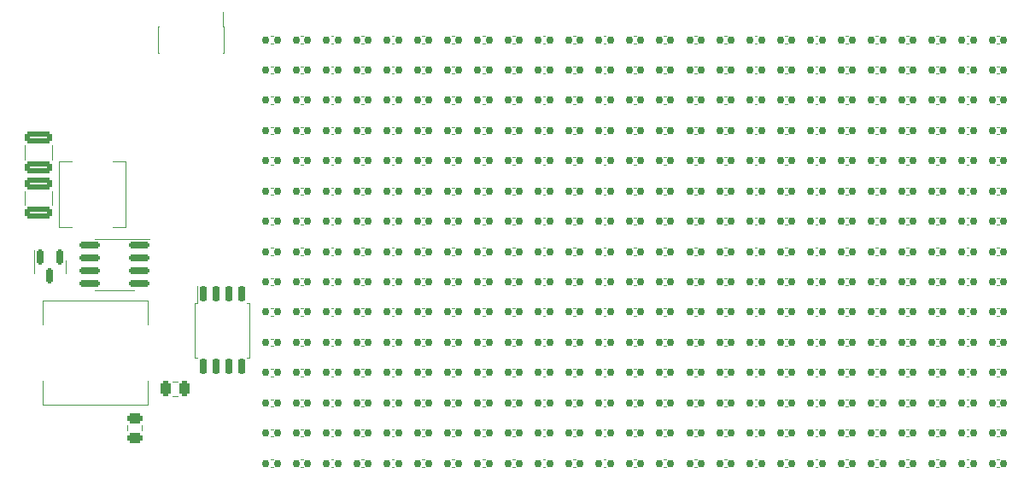
<source format=gbr>
%TF.GenerationSoftware,KiCad,Pcbnew,(5.99.0-12974-ge12f9a194d)*%
%TF.CreationDate,2021-11-26T19:34:27-08:00*%
%TF.ProjectId,LED_Addrs,4c45445f-4164-4647-9273-2e6b69636164,rev?*%
%TF.SameCoordinates,Original*%
%TF.FileFunction,Legend,Bot*%
%TF.FilePolarity,Positive*%
%FSLAX46Y46*%
G04 Gerber Fmt 4.6, Leading zero omitted, Abs format (unit mm)*
G04 Created by KiCad (PCBNEW (5.99.0-12974-ge12f9a194d)) date 2021-11-26 19:34:27*
%MOMM*%
%LPD*%
G01*
G04 APERTURE LIST*
G04 Aperture macros list*
%AMRoundRect*
0 Rectangle with rounded corners*
0 $1 Rounding radius*
0 $2 $3 $4 $5 $6 $7 $8 $9 X,Y pos of 4 corners*
0 Add a 4 corners polygon primitive as box body*
4,1,4,$2,$3,$4,$5,$6,$7,$8,$9,$2,$3,0*
0 Add four circle primitives for the rounded corners*
1,1,$1+$1,$2,$3*
1,1,$1+$1,$4,$5*
1,1,$1+$1,$6,$7*
1,1,$1+$1,$8,$9*
0 Add four rect primitives between the rounded corners*
20,1,$1+$1,$2,$3,$4,$5,0*
20,1,$1+$1,$4,$5,$6,$7,0*
20,1,$1+$1,$6,$7,$8,$9,0*
20,1,$1+$1,$8,$9,$2,$3,0*%
G04 Aperture macros list end*
%ADD10C,0.120000*%
%ADD11C,0.650000*%
%ADD12O,1.000000X2.100000*%
%ADD13O,1.000000X1.600000*%
%ADD14R,2.100000X2.100000*%
%ADD15C,2.100000*%
%ADD16RoundRect,0.155000X0.212500X0.155000X-0.212500X0.155000X-0.212500X-0.155000X0.212500X-0.155000X0*%
%ADD17RoundRect,0.150000X-0.150000X0.587500X-0.150000X-0.587500X0.150000X-0.587500X0.150000X0.587500X0*%
%ADD18RoundRect,0.250000X1.100000X-0.325000X1.100000X0.325000X-1.100000X0.325000X-1.100000X-0.325000X0*%
%ADD19RoundRect,0.250000X-1.100000X0.325000X-1.100000X-0.325000X1.100000X-0.325000X1.100000X0.325000X0*%
%ADD20R,3.429000X2.413000*%
%ADD21RoundRect,0.250000X0.475000X-0.250000X0.475000X0.250000X-0.475000X0.250000X-0.475000X-0.250000X0*%
%ADD22RoundRect,0.150000X0.825000X0.150000X-0.825000X0.150000X-0.825000X-0.150000X0.825000X-0.150000X0*%
%ADD23R,2.290000X3.000000*%
%ADD24R,0.750000X2.100000*%
%ADD25RoundRect,0.150000X-0.150000X0.650000X-0.150000X-0.650000X0.150000X-0.650000X0.150000X0.650000X0*%
%ADD26R,3.175000X4.950000*%
%ADD27RoundRect,0.250000X0.250000X0.475000X-0.250000X0.475000X-0.250000X-0.475000X0.250000X-0.475000X0*%
G04 APERTURE END LIST*
D10*
%TO.C,C33*%
X58115835Y-18640000D02*
X57884165Y-18640000D01*
X58115835Y-19360000D02*
X57884165Y-19360000D01*
%TO.C,C32*%
X55115835Y-18640000D02*
X54884165Y-18640000D01*
X55115835Y-19360000D02*
X54884165Y-19360000D01*
%TO.C,C312*%
X70115835Y-51640000D02*
X69884165Y-51640000D01*
X70115835Y-52360000D02*
X69884165Y-52360000D01*
%TO.C,C314*%
X76115835Y-52360000D02*
X75884165Y-52360000D01*
X76115835Y-51640000D02*
X75884165Y-51640000D01*
%TO.C,C82*%
X55115835Y-24640000D02*
X54884165Y-24640000D01*
X55115835Y-25360000D02*
X54884165Y-25360000D01*
%TO.C,C308*%
X58115835Y-52360000D02*
X57884165Y-52360000D01*
X58115835Y-51640000D02*
X57884165Y-51640000D01*
%TO.C,C109*%
X61115835Y-27640000D02*
X60884165Y-27640000D01*
X61115835Y-28360000D02*
X60884165Y-28360000D01*
%TO.C,C38*%
X73115835Y-18640000D02*
X72884165Y-18640000D01*
X73115835Y-19360000D02*
X72884165Y-19360000D01*
%TO.C,C256*%
X52115835Y-45640000D02*
X51884165Y-45640000D01*
X52115835Y-46360000D02*
X51884165Y-46360000D01*
%TO.C,C354*%
X46115835Y-57640000D02*
X45884165Y-57640000D01*
X46115835Y-58360000D02*
X45884165Y-58360000D01*
%TO.C,C322*%
X100115835Y-52360000D02*
X99884165Y-52360000D01*
X100115835Y-51640000D02*
X99884165Y-51640000D01*
%TO.C,C261*%
X67115835Y-45640000D02*
X66884165Y-45640000D01*
X67115835Y-46360000D02*
X66884165Y-46360000D01*
%TO.C,C162*%
X70115835Y-34360000D02*
X69884165Y-34360000D01*
X70115835Y-33640000D02*
X69884165Y-33640000D01*
%TO.C,C105*%
X49115835Y-28360000D02*
X48884165Y-28360000D01*
X49115835Y-27640000D02*
X48884165Y-27640000D01*
%TO.C,C176*%
X37115835Y-37360000D02*
X36884165Y-37360000D01*
X37115835Y-36640000D02*
X36884165Y-36640000D01*
%TO.C,C27*%
X40115835Y-18640000D02*
X39884165Y-18640000D01*
X40115835Y-19360000D02*
X39884165Y-19360000D01*
%TO.C,C51*%
X37115835Y-22360000D02*
X36884165Y-22360000D01*
X37115835Y-21640000D02*
X36884165Y-21640000D01*
%TO.C,C313*%
X73115835Y-51640000D02*
X72884165Y-51640000D01*
X73115835Y-52360000D02*
X72884165Y-52360000D01*
%TO.C,C235*%
X64115835Y-43360000D02*
X63884165Y-43360000D01*
X64115835Y-42640000D02*
X63884165Y-42640000D01*
%TO.C,C150*%
X109115835Y-30640000D02*
X108884165Y-30640000D01*
X109115835Y-31360000D02*
X108884165Y-31360000D01*
%TO.C,C274*%
X106115835Y-45640000D02*
X105884165Y-45640000D01*
X106115835Y-46360000D02*
X105884165Y-46360000D01*
%TO.C,C318*%
X88115835Y-51640000D02*
X87884165Y-51640000D01*
X88115835Y-52360000D02*
X87884165Y-52360000D01*
%TO.C,C132*%
X55115835Y-30640000D02*
X54884165Y-30640000D01*
X55115835Y-31360000D02*
X54884165Y-31360000D01*
%TO.C,C158*%
X58115835Y-33640000D02*
X57884165Y-33640000D01*
X58115835Y-34360000D02*
X57884165Y-34360000D01*
%TO.C,C77*%
X40115835Y-24640000D02*
X39884165Y-24640000D01*
X40115835Y-25360000D02*
X39884165Y-25360000D01*
%TO.C,C209*%
X61115835Y-39640000D02*
X60884165Y-39640000D01*
X61115835Y-40360000D02*
X60884165Y-40360000D01*
%TO.C,C304*%
X46115835Y-52360000D02*
X45884165Y-52360000D01*
X46115835Y-51640000D02*
X45884165Y-51640000D01*
%TO.C,C4*%
X46115835Y-15640000D02*
X45884165Y-15640000D01*
X46115835Y-16360000D02*
X45884165Y-16360000D01*
%TO.C,C46*%
X97115835Y-18640000D02*
X96884165Y-18640000D01*
X97115835Y-19360000D02*
X96884165Y-19360000D01*
%TO.C,C260*%
X64115835Y-45640000D02*
X63884165Y-45640000D01*
X64115835Y-46360000D02*
X63884165Y-46360000D01*
%TO.C,C231*%
X52115835Y-43360000D02*
X51884165Y-43360000D01*
X52115835Y-42640000D02*
X51884165Y-42640000D01*
%TO.C,C273*%
X103115835Y-46360000D02*
X102884165Y-46360000D01*
X103115835Y-45640000D02*
X102884165Y-45640000D01*
%TO.C,C206*%
X52115835Y-39640000D02*
X51884165Y-39640000D01*
X52115835Y-40360000D02*
X51884165Y-40360000D01*
%TO.C,C142*%
X85115835Y-31360000D02*
X84884165Y-31360000D01*
X85115835Y-30640000D02*
X84884165Y-30640000D01*
%TO.C,C123*%
X103115835Y-27640000D02*
X102884165Y-27640000D01*
X103115835Y-28360000D02*
X102884165Y-28360000D01*
%TO.C,C361*%
X67115835Y-58360000D02*
X66884165Y-58360000D01*
X67115835Y-57640000D02*
X66884165Y-57640000D01*
%TO.C,C349*%
X106115835Y-55360000D02*
X105884165Y-55360000D01*
X106115835Y-54640000D02*
X105884165Y-54640000D01*
%TO.C,C244*%
X91115835Y-42640000D02*
X90884165Y-42640000D01*
X91115835Y-43360000D02*
X90884165Y-43360000D01*
%TO.C,C351*%
X37115835Y-57640000D02*
X36884165Y-57640000D01*
X37115835Y-58360000D02*
X36884165Y-58360000D01*
%TO.C,C267*%
X85115835Y-46360000D02*
X84884165Y-46360000D01*
X85115835Y-45640000D02*
X84884165Y-45640000D01*
%TO.C,C341*%
X82115835Y-55360000D02*
X81884165Y-55360000D01*
X82115835Y-54640000D02*
X81884165Y-54640000D01*
%TO.C,C112*%
X70115835Y-27640000D02*
X69884165Y-27640000D01*
X70115835Y-28360000D02*
X69884165Y-28360000D01*
%TO.C,C355*%
X49115835Y-57640000D02*
X48884165Y-57640000D01*
X49115835Y-58360000D02*
X48884165Y-58360000D01*
%TO.C,C356*%
X52115835Y-57640000D02*
X51884165Y-57640000D01*
X52115835Y-58360000D02*
X51884165Y-58360000D01*
%TO.C,C43*%
X88115835Y-18640000D02*
X87884165Y-18640000D01*
X88115835Y-19360000D02*
X87884165Y-19360000D01*
%TO.C,C66*%
X82115835Y-21640000D02*
X81884165Y-21640000D01*
X82115835Y-22360000D02*
X81884165Y-22360000D01*
%TO.C,C288*%
X73115835Y-49360000D02*
X72884165Y-49360000D01*
X73115835Y-48640000D02*
X72884165Y-48640000D01*
%TO.C,C242*%
X85115835Y-42640000D02*
X84884165Y-42640000D01*
X85115835Y-43360000D02*
X84884165Y-43360000D01*
%TO.C,C113*%
X73115835Y-27640000D02*
X72884165Y-27640000D01*
X73115835Y-28360000D02*
X72884165Y-28360000D01*
%TO.C,C212*%
X70115835Y-40360000D02*
X69884165Y-40360000D01*
X70115835Y-39640000D02*
X69884165Y-39640000D01*
%TO.C,C16*%
X82115835Y-16360000D02*
X81884165Y-16360000D01*
X82115835Y-15640000D02*
X81884165Y-15640000D01*
%TO.C,C346*%
X97115835Y-54640000D02*
X96884165Y-54640000D01*
X97115835Y-55360000D02*
X96884165Y-55360000D01*
%TO.C,C172*%
X100115835Y-34360000D02*
X99884165Y-34360000D01*
X100115835Y-33640000D02*
X99884165Y-33640000D01*
%TO.C,C373*%
X103115835Y-58360000D02*
X102884165Y-58360000D01*
X103115835Y-57640000D02*
X102884165Y-57640000D01*
%TO.C,C337*%
X70115835Y-54640000D02*
X69884165Y-54640000D01*
X70115835Y-55360000D02*
X69884165Y-55360000D01*
%TO.C,C357*%
X55115835Y-58360000D02*
X54884165Y-58360000D01*
X55115835Y-57640000D02*
X54884165Y-57640000D01*
%TO.C,C52*%
X40115835Y-22360000D02*
X39884165Y-22360000D01*
X40115835Y-21640000D02*
X39884165Y-21640000D01*
%TO.C,C262*%
X70115835Y-45640000D02*
X69884165Y-45640000D01*
X70115835Y-46360000D02*
X69884165Y-46360000D01*
%TO.C,C173*%
X103115835Y-34360000D02*
X102884165Y-34360000D01*
X103115835Y-33640000D02*
X102884165Y-33640000D01*
%TO.C,C220*%
X94115835Y-40360000D02*
X93884165Y-40360000D01*
X94115835Y-39640000D02*
X93884165Y-39640000D01*
%TO.C,C136*%
X67115835Y-30640000D02*
X66884165Y-30640000D01*
X67115835Y-31360000D02*
X66884165Y-31360000D01*
%TO.C,Q2*%
X16560000Y-38500000D02*
X16560000Y-39150000D01*
X13440000Y-38500000D02*
X13440000Y-36825000D01*
X13440000Y-38500000D02*
X13440000Y-39150000D01*
X16560000Y-38500000D02*
X16560000Y-37850000D01*
%TO.C,C400*%
X15260000Y-32411252D02*
X15260000Y-30988748D01*
X12540000Y-32411252D02*
X12540000Y-30988748D01*
%TO.C,C40*%
X79115835Y-19360000D02*
X78884165Y-19360000D01*
X79115835Y-18640000D02*
X78884165Y-18640000D01*
%TO.C,C148*%
X103115835Y-30640000D02*
X102884165Y-30640000D01*
X103115835Y-31360000D02*
X102884165Y-31360000D01*
%TO.C,C54*%
X46115835Y-21640000D02*
X45884165Y-21640000D01*
X46115835Y-22360000D02*
X45884165Y-22360000D01*
%TO.C,C343*%
X88115835Y-54640000D02*
X87884165Y-54640000D01*
X88115835Y-55360000D02*
X87884165Y-55360000D01*
%TO.C,C297*%
X100115835Y-49360000D02*
X99884165Y-49360000D01*
X100115835Y-48640000D02*
X99884165Y-48640000D01*
%TO.C,C271*%
X97115835Y-45640000D02*
X96884165Y-45640000D01*
X97115835Y-46360000D02*
X96884165Y-46360000D01*
%TO.C,C281*%
X52115835Y-49360000D02*
X51884165Y-49360000D01*
X52115835Y-48640000D02*
X51884165Y-48640000D01*
%TO.C,C100*%
X109115835Y-24640000D02*
X108884165Y-24640000D01*
X109115835Y-25360000D02*
X108884165Y-25360000D01*
%TO.C,C348*%
X103115835Y-54640000D02*
X102884165Y-54640000D01*
X103115835Y-55360000D02*
X102884165Y-55360000D01*
%TO.C,C73*%
X103115835Y-21640000D02*
X102884165Y-21640000D01*
X103115835Y-22360000D02*
X102884165Y-22360000D01*
%TO.C,C189*%
X76115835Y-37360000D02*
X75884165Y-37360000D01*
X76115835Y-36640000D02*
X75884165Y-36640000D01*
%TO.C,C58*%
X58115835Y-21640000D02*
X57884165Y-21640000D01*
X58115835Y-22360000D02*
X57884165Y-22360000D01*
%TO.C,C339*%
X76115835Y-54640000D02*
X75884165Y-54640000D01*
X76115835Y-55360000D02*
X75884165Y-55360000D01*
%TO.C,C61*%
X67115835Y-21640000D02*
X66884165Y-21640000D01*
X67115835Y-22360000D02*
X66884165Y-22360000D01*
%TO.C,C3*%
X43115835Y-15640000D02*
X42884165Y-15640000D01*
X43115835Y-16360000D02*
X42884165Y-16360000D01*
%TO.C,C35*%
X64115835Y-19360000D02*
X63884165Y-19360000D01*
X64115835Y-18640000D02*
X63884165Y-18640000D01*
%TO.C,C350*%
X109115835Y-55360000D02*
X108884165Y-55360000D01*
X109115835Y-54640000D02*
X108884165Y-54640000D01*
%TO.C,C2*%
X40115835Y-16360000D02*
X39884165Y-16360000D01*
X40115835Y-15640000D02*
X39884165Y-15640000D01*
%TO.C,C143*%
X88115835Y-31360000D02*
X87884165Y-31360000D01*
X88115835Y-30640000D02*
X87884165Y-30640000D01*
%TO.C,C98*%
X103115835Y-24640000D02*
X102884165Y-24640000D01*
X103115835Y-25360000D02*
X102884165Y-25360000D01*
%TO.C,C146*%
X97115835Y-31360000D02*
X96884165Y-31360000D01*
X97115835Y-30640000D02*
X96884165Y-30640000D01*
%TO.C,C181*%
X52115835Y-37360000D02*
X51884165Y-37360000D01*
X52115835Y-36640000D02*
X51884165Y-36640000D01*
%TO.C,C275*%
X109115835Y-45640000D02*
X108884165Y-45640000D01*
X109115835Y-46360000D02*
X108884165Y-46360000D01*
%TO.C,C208*%
X58115835Y-39640000D02*
X57884165Y-39640000D01*
X58115835Y-40360000D02*
X57884165Y-40360000D01*
%TO.C,C266*%
X82115835Y-46360000D02*
X81884165Y-46360000D01*
X82115835Y-45640000D02*
X81884165Y-45640000D01*
%TO.C,C175*%
X109115835Y-34360000D02*
X108884165Y-34360000D01*
X109115835Y-33640000D02*
X108884165Y-33640000D01*
%TO.C,C195*%
X94115835Y-36640000D02*
X93884165Y-36640000D01*
X94115835Y-37360000D02*
X93884165Y-37360000D01*
%TO.C,C316*%
X82115835Y-51640000D02*
X81884165Y-51640000D01*
X82115835Y-52360000D02*
X81884165Y-52360000D01*
%TO.C,C12*%
X70115835Y-16360000D02*
X69884165Y-16360000D01*
X70115835Y-15640000D02*
X69884165Y-15640000D01*
%TO.C,C26*%
X37115835Y-19360000D02*
X36884165Y-19360000D01*
X37115835Y-18640000D02*
X36884165Y-18640000D01*
%TO.C,C31*%
X52115835Y-19360000D02*
X51884165Y-19360000D01*
X52115835Y-18640000D02*
X51884165Y-18640000D01*
%TO.C,C215*%
X79115835Y-39640000D02*
X78884165Y-39640000D01*
X79115835Y-40360000D02*
X78884165Y-40360000D01*
%TO.C,C34*%
X61115835Y-18640000D02*
X60884165Y-18640000D01*
X61115835Y-19360000D02*
X60884165Y-19360000D01*
%TO.C,C365*%
X79115835Y-58360000D02*
X78884165Y-58360000D01*
X79115835Y-57640000D02*
X78884165Y-57640000D01*
%TO.C,C305*%
X49115835Y-52360000D02*
X48884165Y-52360000D01*
X49115835Y-51640000D02*
X48884165Y-51640000D01*
%TO.C,C229*%
X46115835Y-43360000D02*
X45884165Y-43360000D01*
X46115835Y-42640000D02*
X45884165Y-42640000D01*
%TO.C,C366*%
X82115835Y-57640000D02*
X81884165Y-57640000D01*
X82115835Y-58360000D02*
X81884165Y-58360000D01*
%TO.C,C137*%
X70115835Y-31360000D02*
X69884165Y-31360000D01*
X70115835Y-30640000D02*
X69884165Y-30640000D01*
%TO.C,C94*%
X91115835Y-25360000D02*
X90884165Y-25360000D01*
X91115835Y-24640000D02*
X90884165Y-24640000D01*
%TO.C,C236*%
X67115835Y-43360000D02*
X66884165Y-43360000D01*
X67115835Y-42640000D02*
X66884165Y-42640000D01*
%TO.C,C319*%
X91115835Y-51640000D02*
X90884165Y-51640000D01*
X91115835Y-52360000D02*
X90884165Y-52360000D01*
%TO.C,C114*%
X76115835Y-28360000D02*
X75884165Y-28360000D01*
X76115835Y-27640000D02*
X75884165Y-27640000D01*
%TO.C,C194*%
X91115835Y-37360000D02*
X90884165Y-37360000D01*
X91115835Y-36640000D02*
X90884165Y-36640000D01*
%TO.C,C295*%
X94115835Y-49360000D02*
X93884165Y-49360000D01*
X94115835Y-48640000D02*
X93884165Y-48640000D01*
%TO.C,C126*%
X37115835Y-31360000D02*
X36884165Y-31360000D01*
X37115835Y-30640000D02*
X36884165Y-30640000D01*
%TO.C,C207*%
X55115835Y-39640000D02*
X54884165Y-39640000D01*
X55115835Y-40360000D02*
X54884165Y-40360000D01*
%TO.C,C317*%
X85115835Y-51640000D02*
X84884165Y-51640000D01*
X85115835Y-52360000D02*
X84884165Y-52360000D01*
%TO.C,C226*%
X37115835Y-43360000D02*
X36884165Y-43360000D01*
X37115835Y-42640000D02*
X36884165Y-42640000D01*
%TO.C,C165*%
X79115835Y-34360000D02*
X78884165Y-34360000D01*
X79115835Y-33640000D02*
X78884165Y-33640000D01*
%TO.C,C49*%
X106115835Y-19360000D02*
X105884165Y-19360000D01*
X106115835Y-18640000D02*
X105884165Y-18640000D01*
%TO.C,C42*%
X85115835Y-19360000D02*
X84884165Y-19360000D01*
X85115835Y-18640000D02*
X84884165Y-18640000D01*
%TO.C,C115*%
X79115835Y-27640000D02*
X78884165Y-27640000D01*
X79115835Y-28360000D02*
X78884165Y-28360000D01*
%TO.C,C128*%
X43115835Y-31360000D02*
X42884165Y-31360000D01*
X43115835Y-30640000D02*
X42884165Y-30640000D01*
%TO.C,C99*%
X106115835Y-25360000D02*
X105884165Y-25360000D01*
X106115835Y-24640000D02*
X105884165Y-24640000D01*
%TO.C,C291*%
X82115835Y-48640000D02*
X81884165Y-48640000D01*
X82115835Y-49360000D02*
X81884165Y-49360000D01*
%TO.C,C246*%
X97115835Y-43360000D02*
X96884165Y-43360000D01*
X97115835Y-42640000D02*
X96884165Y-42640000D01*
%TO.C,C311*%
X67115835Y-52360000D02*
X66884165Y-52360000D01*
X67115835Y-51640000D02*
X66884165Y-51640000D01*
%TO.C,C21*%
X97115835Y-15640000D02*
X96884165Y-15640000D01*
X97115835Y-16360000D02*
X96884165Y-16360000D01*
%TO.C,C270*%
X94115835Y-45640000D02*
X93884165Y-45640000D01*
X94115835Y-46360000D02*
X93884165Y-46360000D01*
%TO.C,C169*%
X91115835Y-34360000D02*
X90884165Y-34360000D01*
X91115835Y-33640000D02*
X90884165Y-33640000D01*
%TO.C,C306*%
X52115835Y-52360000D02*
X51884165Y-52360000D01*
X52115835Y-51640000D02*
X51884165Y-51640000D01*
%TO.C,C338*%
X73115835Y-55360000D02*
X72884165Y-55360000D01*
X73115835Y-54640000D02*
X72884165Y-54640000D01*
%TO.C,C76*%
X37115835Y-24640000D02*
X36884165Y-24640000D01*
X37115835Y-25360000D02*
X36884165Y-25360000D01*
%TO.C,C299*%
X106115835Y-49360000D02*
X105884165Y-49360000D01*
X106115835Y-48640000D02*
X105884165Y-48640000D01*
%TO.C,C138*%
X73115835Y-30640000D02*
X72884165Y-30640000D01*
X73115835Y-31360000D02*
X72884165Y-31360000D01*
%TO.C,C168*%
X88115835Y-33640000D02*
X87884165Y-33640000D01*
X88115835Y-34360000D02*
X87884165Y-34360000D01*
%TO.C,C210*%
X64115835Y-39640000D02*
X63884165Y-39640000D01*
X64115835Y-40360000D02*
X63884165Y-40360000D01*
%TO.C,C201*%
X37115835Y-39640000D02*
X36884165Y-39640000D01*
X37115835Y-40360000D02*
X36884165Y-40360000D01*
%TO.C,C180*%
X49115835Y-37360000D02*
X48884165Y-37360000D01*
X49115835Y-36640000D02*
X48884165Y-36640000D01*
%TO.C,C1*%
X37115835Y-16360000D02*
X36884165Y-16360000D01*
X37115835Y-15640000D02*
X36884165Y-15640000D01*
%TO.C,C309*%
X61115835Y-52360000D02*
X60884165Y-52360000D01*
X61115835Y-51640000D02*
X60884165Y-51640000D01*
%TO.C,C217*%
X85115835Y-39640000D02*
X84884165Y-39640000D01*
X85115835Y-40360000D02*
X84884165Y-40360000D01*
%TO.C,C106*%
X52115835Y-28360000D02*
X51884165Y-28360000D01*
X52115835Y-27640000D02*
X51884165Y-27640000D01*
%TO.C,C193*%
X88115835Y-36640000D02*
X87884165Y-36640000D01*
X88115835Y-37360000D02*
X87884165Y-37360000D01*
%TO.C,C221*%
X97115835Y-39640000D02*
X96884165Y-39640000D01*
X97115835Y-40360000D02*
X96884165Y-40360000D01*
%TO.C,C364*%
X76115835Y-57640000D02*
X75884165Y-57640000D01*
X76115835Y-58360000D02*
X75884165Y-58360000D01*
%TO.C,C368*%
X88115835Y-58360000D02*
X87884165Y-58360000D01*
X88115835Y-57640000D02*
X87884165Y-57640000D01*
%TO.C,C131*%
X52115835Y-30640000D02*
X51884165Y-30640000D01*
X52115835Y-31360000D02*
X51884165Y-31360000D01*
%TO.C,C240*%
X79115835Y-42640000D02*
X78884165Y-42640000D01*
X79115835Y-43360000D02*
X78884165Y-43360000D01*
%TO.C,C399*%
X12540000Y-26488748D02*
X12540000Y-27911252D01*
X15260000Y-26488748D02*
X15260000Y-27911252D01*
%TO.C,C154*%
X46115835Y-33640000D02*
X45884165Y-33640000D01*
X46115835Y-34360000D02*
X45884165Y-34360000D01*
%TO.C,C205*%
X49115835Y-39640000D02*
X48884165Y-39640000D01*
X49115835Y-40360000D02*
X48884165Y-40360000D01*
%TO.C,C84*%
X61115835Y-24640000D02*
X60884165Y-24640000D01*
X61115835Y-25360000D02*
X60884165Y-25360000D01*
%TO.C,C230*%
X49115835Y-43360000D02*
X48884165Y-43360000D01*
X49115835Y-42640000D02*
X48884165Y-42640000D01*
%TO.C,C360*%
X64115835Y-57640000D02*
X63884165Y-57640000D01*
X64115835Y-58360000D02*
X63884165Y-58360000D01*
%TO.C,C179*%
X46115835Y-36640000D02*
X45884165Y-36640000D01*
X46115835Y-37360000D02*
X45884165Y-37360000D01*
%TO.C,C39*%
X76115835Y-18640000D02*
X75884165Y-18640000D01*
X76115835Y-19360000D02*
X75884165Y-19360000D01*
%TO.C,C80*%
X49115835Y-24640000D02*
X48884165Y-24640000D01*
X49115835Y-25360000D02*
X48884165Y-25360000D01*
%TO.C,C332*%
X55115835Y-54640000D02*
X54884165Y-54640000D01*
X55115835Y-55360000D02*
X54884165Y-55360000D01*
%TO.C,C370*%
X94115835Y-57640000D02*
X93884165Y-57640000D01*
X94115835Y-58360000D02*
X93884165Y-58360000D01*
%TO.C,C68*%
X88115835Y-21640000D02*
X87884165Y-21640000D01*
X88115835Y-22360000D02*
X87884165Y-22360000D01*
%TO.C,C334*%
X61115835Y-55360000D02*
X60884165Y-55360000D01*
X61115835Y-54640000D02*
X60884165Y-54640000D01*
%TO.C,C90*%
X79115835Y-25360000D02*
X78884165Y-25360000D01*
X79115835Y-24640000D02*
X78884165Y-24640000D01*
%TO.C,C285*%
X64115835Y-49360000D02*
X63884165Y-49360000D01*
X64115835Y-48640000D02*
X63884165Y-48640000D01*
%TO.C,C324*%
X106115835Y-51640000D02*
X105884165Y-51640000D01*
X106115835Y-52360000D02*
X105884165Y-52360000D01*
%TO.C,C255*%
X49115835Y-45640000D02*
X48884165Y-45640000D01*
X49115835Y-46360000D02*
X48884165Y-46360000D01*
%TO.C,C294*%
X91115835Y-49360000D02*
X90884165Y-49360000D01*
X91115835Y-48640000D02*
X90884165Y-48640000D01*
%TO.C,C37*%
X70115835Y-19360000D02*
X69884165Y-19360000D01*
X70115835Y-18640000D02*
X69884165Y-18640000D01*
%TO.C,C86*%
X67115835Y-25360000D02*
X66884165Y-25360000D01*
X67115835Y-24640000D02*
X66884165Y-24640000D01*
%TO.C,C280*%
X49115835Y-48640000D02*
X48884165Y-48640000D01*
X49115835Y-49360000D02*
X48884165Y-49360000D01*
%TO.C,C11*%
X67115835Y-16360000D02*
X66884165Y-16360000D01*
X67115835Y-15640000D02*
X66884165Y-15640000D01*
%TO.C,C92*%
X85115835Y-25360000D02*
X84884165Y-25360000D01*
X85115835Y-24640000D02*
X84884165Y-24640000D01*
%TO.C,C374*%
X106115835Y-57640000D02*
X105884165Y-57640000D01*
X106115835Y-58360000D02*
X105884165Y-58360000D01*
%TO.C,C185*%
X64115835Y-36640000D02*
X63884165Y-36640000D01*
X64115835Y-37360000D02*
X63884165Y-37360000D01*
%TO.C,C258*%
X58115835Y-45640000D02*
X57884165Y-45640000D01*
X58115835Y-46360000D02*
X57884165Y-46360000D01*
%TO.C,C225*%
X109115835Y-39640000D02*
X108884165Y-39640000D01*
X109115835Y-40360000D02*
X108884165Y-40360000D01*
%TO.C,C248*%
X103115835Y-42640000D02*
X102884165Y-42640000D01*
X103115835Y-43360000D02*
X102884165Y-43360000D01*
%TO.C,C170*%
X94115835Y-33640000D02*
X93884165Y-33640000D01*
X94115835Y-34360000D02*
X93884165Y-34360000D01*
%TO.C,C20*%
X94115835Y-15640000D02*
X93884165Y-15640000D01*
X94115835Y-16360000D02*
X93884165Y-16360000D01*
%TO.C,C269*%
X91115835Y-46360000D02*
X90884165Y-46360000D01*
X91115835Y-45640000D02*
X90884165Y-45640000D01*
%TO.C,C177*%
X40115835Y-36640000D02*
X39884165Y-36640000D01*
X40115835Y-37360000D02*
X39884165Y-37360000D01*
%TO.C,C249*%
X106115835Y-42640000D02*
X105884165Y-42640000D01*
X106115835Y-43360000D02*
X105884165Y-43360000D01*
%TO.C,C87*%
X70115835Y-24640000D02*
X69884165Y-24640000D01*
X70115835Y-25360000D02*
X69884165Y-25360000D01*
%TO.C,C284*%
X61115835Y-49360000D02*
X60884165Y-49360000D01*
X61115835Y-48640000D02*
X60884165Y-48640000D01*
%TO.C,C83*%
X58115835Y-25360000D02*
X57884165Y-25360000D01*
X58115835Y-24640000D02*
X57884165Y-24640000D01*
%TO.C,C129*%
X46115835Y-31360000D02*
X45884165Y-31360000D01*
X46115835Y-30640000D02*
X45884165Y-30640000D01*
%TO.C,C289*%
X76115835Y-49360000D02*
X75884165Y-49360000D01*
X76115835Y-48640000D02*
X75884165Y-48640000D01*
%TO.C,L1*%
X22475000Y-34575000D02*
X22475000Y-28025000D01*
X15925000Y-34575000D02*
X15925000Y-28025000D01*
X17185500Y-34575000D02*
X15925000Y-34575000D01*
X21214500Y-34575000D02*
X22475000Y-34575000D01*
X15925000Y-28025000D02*
X17185500Y-28025000D01*
X22475000Y-28025000D02*
X21214500Y-28025000D01*
%TO.C,C300*%
X109115835Y-48640000D02*
X108884165Y-48640000D01*
X109115835Y-49360000D02*
X108884165Y-49360000D01*
%TO.C,C330*%
X49115835Y-55360000D02*
X48884165Y-55360000D01*
X49115835Y-54640000D02*
X48884165Y-54640000D01*
%TO.C,C293*%
X88115835Y-49360000D02*
X87884165Y-49360000D01*
X88115835Y-48640000D02*
X87884165Y-48640000D01*
%TO.C,C96*%
X97115835Y-24640000D02*
X96884165Y-24640000D01*
X97115835Y-25360000D02*
X96884165Y-25360000D01*
%TO.C,C239*%
X76115835Y-42640000D02*
X75884165Y-42640000D01*
X76115835Y-43360000D02*
X75884165Y-43360000D01*
%TO.C,C224*%
X106115835Y-40360000D02*
X105884165Y-40360000D01*
X106115835Y-39640000D02*
X105884165Y-39640000D01*
%TO.C,C402*%
X22665000Y-54761252D02*
X22665000Y-54238748D01*
X24135000Y-54761252D02*
X24135000Y-54238748D01*
%TO.C,C9*%
X61115835Y-16360000D02*
X60884165Y-16360000D01*
X61115835Y-15640000D02*
X60884165Y-15640000D01*
%TO.C,C197*%
X100115835Y-36640000D02*
X99884165Y-36640000D01*
X100115835Y-37360000D02*
X99884165Y-37360000D01*
%TO.C,C328*%
X43115835Y-54640000D02*
X42884165Y-54640000D01*
X43115835Y-55360000D02*
X42884165Y-55360000D01*
%TO.C,C110*%
X64115835Y-28360000D02*
X63884165Y-28360000D01*
X64115835Y-27640000D02*
X63884165Y-27640000D01*
%TO.C,C144*%
X91115835Y-30640000D02*
X90884165Y-30640000D01*
X91115835Y-31360000D02*
X90884165Y-31360000D01*
%TO.C,C95*%
X94115835Y-24640000D02*
X93884165Y-24640000D01*
X94115835Y-25360000D02*
X93884165Y-25360000D01*
%TO.C,C301*%
X37115835Y-52360000D02*
X36884165Y-52360000D01*
X37115835Y-51640000D02*
X36884165Y-51640000D01*
%TO.C,C141*%
X82115835Y-30640000D02*
X81884165Y-30640000D01*
X82115835Y-31360000D02*
X81884165Y-31360000D01*
%TO.C,C196*%
X97115835Y-37360000D02*
X96884165Y-37360000D01*
X97115835Y-36640000D02*
X96884165Y-36640000D01*
%TO.C,C60*%
X64115835Y-22360000D02*
X63884165Y-22360000D01*
X64115835Y-21640000D02*
X63884165Y-21640000D01*
%TO.C,C227*%
X40115835Y-43360000D02*
X39884165Y-43360000D01*
X40115835Y-42640000D02*
X39884165Y-42640000D01*
%TO.C,C296*%
X97115835Y-49360000D02*
X96884165Y-49360000D01*
X97115835Y-48640000D02*
X96884165Y-48640000D01*
%TO.C,C243*%
X88115835Y-43360000D02*
X87884165Y-43360000D01*
X88115835Y-42640000D02*
X87884165Y-42640000D01*
%TO.C,C153*%
X43115835Y-33640000D02*
X42884165Y-33640000D01*
X43115835Y-34360000D02*
X42884165Y-34360000D01*
%TO.C,C335*%
X64115835Y-54640000D02*
X63884165Y-54640000D01*
X64115835Y-55360000D02*
X63884165Y-55360000D01*
%TO.C,C268*%
X88115835Y-46360000D02*
X87884165Y-46360000D01*
X88115835Y-45640000D02*
X87884165Y-45640000D01*
%TO.C,C67*%
X85115835Y-21640000D02*
X84884165Y-21640000D01*
X85115835Y-22360000D02*
X84884165Y-22360000D01*
%TO.C,C187*%
X70115835Y-36640000D02*
X69884165Y-36640000D01*
X70115835Y-37360000D02*
X69884165Y-37360000D01*
%TO.C,C65*%
X79115835Y-21640000D02*
X78884165Y-21640000D01*
X79115835Y-22360000D02*
X78884165Y-22360000D01*
%TO.C,U5*%
X21400000Y-40860000D02*
X23350000Y-40860000D01*
X21400000Y-40860000D02*
X19450000Y-40860000D01*
X21400000Y-35740000D02*
X24850000Y-35740000D01*
X21400000Y-35740000D02*
X19450000Y-35740000D01*
%TO.C,C340*%
X79115835Y-55360000D02*
X78884165Y-55360000D01*
X79115835Y-54640000D02*
X78884165Y-54640000D01*
%TO.C,C93*%
X88115835Y-25360000D02*
X87884165Y-25360000D01*
X88115835Y-24640000D02*
X87884165Y-24640000D01*
%TO.C,C199*%
X106115835Y-36640000D02*
X105884165Y-36640000D01*
X106115835Y-37360000D02*
X105884165Y-37360000D01*
%TO.C,C252*%
X40115835Y-45640000D02*
X39884165Y-45640000D01*
X40115835Y-46360000D02*
X39884165Y-46360000D01*
%TO.C,C125*%
X109115835Y-28360000D02*
X108884165Y-28360000D01*
X109115835Y-27640000D02*
X108884165Y-27640000D01*
%TO.C,C163*%
X73115835Y-34360000D02*
X72884165Y-34360000D01*
X73115835Y-33640000D02*
X72884165Y-33640000D01*
%TO.C,C241*%
X82115835Y-43360000D02*
X81884165Y-43360000D01*
X82115835Y-42640000D02*
X81884165Y-42640000D01*
%TO.C,C315*%
X79115835Y-52360000D02*
X78884165Y-52360000D01*
X79115835Y-51640000D02*
X78884165Y-51640000D01*
%TO.C,C8*%
X58115835Y-16360000D02*
X57884165Y-16360000D01*
X58115835Y-15640000D02*
X57884165Y-15640000D01*
%TO.C,C247*%
X100115835Y-42640000D02*
X99884165Y-42640000D01*
X100115835Y-43360000D02*
X99884165Y-43360000D01*
%TO.C,C171*%
X97115835Y-33640000D02*
X96884165Y-33640000D01*
X97115835Y-34360000D02*
X96884165Y-34360000D01*
%TO.C,C97*%
X100115835Y-25360000D02*
X99884165Y-25360000D01*
X100115835Y-24640000D02*
X99884165Y-24640000D01*
%TO.C,C57*%
X55115835Y-22360000D02*
X54884165Y-22360000D01*
X55115835Y-21640000D02*
X54884165Y-21640000D01*
%TO.C,C219*%
X91115835Y-40360000D02*
X90884165Y-40360000D01*
X91115835Y-39640000D02*
X90884165Y-39640000D01*
%TO.C,C10*%
X64115835Y-16360000D02*
X63884165Y-16360000D01*
X64115835Y-15640000D02*
X63884165Y-15640000D01*
%TO.C,C192*%
X85115835Y-36640000D02*
X84884165Y-36640000D01*
X85115835Y-37360000D02*
X84884165Y-37360000D01*
%TO.C,C237*%
X70115835Y-43360000D02*
X69884165Y-43360000D01*
X70115835Y-42640000D02*
X69884165Y-42640000D01*
%TO.C,C120*%
X94115835Y-27640000D02*
X93884165Y-27640000D01*
X94115835Y-28360000D02*
X93884165Y-28360000D01*
%TO.C,C22*%
X100115835Y-15640000D02*
X99884165Y-15640000D01*
X100115835Y-16360000D02*
X99884165Y-16360000D01*
%TO.C,C147*%
X100115835Y-30640000D02*
X99884165Y-30640000D01*
X100115835Y-31360000D02*
X99884165Y-31360000D01*
%TO.C,C160*%
X64115835Y-34360000D02*
X63884165Y-34360000D01*
X64115835Y-33640000D02*
X63884165Y-33640000D01*
%TO.C,C362*%
X70115835Y-57640000D02*
X69884165Y-57640000D01*
X70115835Y-58360000D02*
X69884165Y-58360000D01*
%TO.C,C303*%
X43115835Y-52360000D02*
X42884165Y-52360000D01*
X43115835Y-51640000D02*
X42884165Y-51640000D01*
%TO.C,C336*%
X67115835Y-54640000D02*
X66884165Y-54640000D01*
X67115835Y-55360000D02*
X66884165Y-55360000D01*
%TO.C,C329*%
X46115835Y-55360000D02*
X45884165Y-55360000D01*
X46115835Y-54640000D02*
X45884165Y-54640000D01*
%TO.C,C191*%
X82115835Y-36640000D02*
X81884165Y-36640000D01*
X82115835Y-37360000D02*
X81884165Y-37360000D01*
%TO.C,C104*%
X46115835Y-28360000D02*
X45884165Y-28360000D01*
X46115835Y-27640000D02*
X45884165Y-27640000D01*
%TO.C,C228*%
X43115835Y-42640000D02*
X42884165Y-42640000D01*
X43115835Y-43360000D02*
X42884165Y-43360000D01*
%TO.C,C184*%
X61115835Y-36640000D02*
X60884165Y-36640000D01*
X61115835Y-37360000D02*
X60884165Y-37360000D01*
%TO.C,C69*%
X91115835Y-22360000D02*
X90884165Y-22360000D01*
X91115835Y-21640000D02*
X90884165Y-21640000D01*
%TO.C,C372*%
X100115835Y-58360000D02*
X99884165Y-58360000D01*
X100115835Y-57640000D02*
X99884165Y-57640000D01*
%TO.C,C85*%
X64115835Y-25360000D02*
X63884165Y-25360000D01*
X64115835Y-24640000D02*
X63884165Y-24640000D01*
%TO.C,C70*%
X94115835Y-22360000D02*
X93884165Y-22360000D01*
X94115835Y-21640000D02*
X93884165Y-21640000D01*
%TO.C,C74*%
X106115835Y-21640000D02*
X105884165Y-21640000D01*
X106115835Y-22360000D02*
X105884165Y-22360000D01*
%TO.C,C278*%
X43115835Y-48640000D02*
X42884165Y-48640000D01*
X43115835Y-49360000D02*
X42884165Y-49360000D01*
%TO.C,C50*%
X109115835Y-18640000D02*
X108884165Y-18640000D01*
X109115835Y-19360000D02*
X108884165Y-19360000D01*
%TO.C,C78*%
X43115835Y-25360000D02*
X42884165Y-25360000D01*
X43115835Y-24640000D02*
X42884165Y-24640000D01*
%TO.C,C164*%
X76115835Y-33640000D02*
X75884165Y-33640000D01*
X76115835Y-34360000D02*
X75884165Y-34360000D01*
%TO.C,C108*%
X58115835Y-27640000D02*
X57884165Y-27640000D01*
X58115835Y-28360000D02*
X57884165Y-28360000D01*
%TO.C,C375*%
X109115835Y-58360000D02*
X108884165Y-58360000D01*
X109115835Y-57640000D02*
X108884165Y-57640000D01*
%TO.C,C151*%
X37115835Y-34360000D02*
X36884165Y-34360000D01*
X37115835Y-33640000D02*
X36884165Y-33640000D01*
%TO.C,C325*%
X109115835Y-52360000D02*
X108884165Y-52360000D01*
X109115835Y-51640000D02*
X108884165Y-51640000D01*
%TO.C,C64*%
X76115835Y-22360000D02*
X75884165Y-22360000D01*
X76115835Y-21640000D02*
X75884165Y-21640000D01*
%TO.C,C88*%
X73115835Y-25360000D02*
X72884165Y-25360000D01*
X73115835Y-24640000D02*
X72884165Y-24640000D01*
%TO.C,C121*%
X97115835Y-28360000D02*
X96884165Y-28360000D01*
X97115835Y-27640000D02*
X96884165Y-27640000D01*
%TO.C,C19*%
X91115835Y-16360000D02*
X90884165Y-16360000D01*
X91115835Y-15640000D02*
X90884165Y-15640000D01*
%TO.C,C63*%
X73115835Y-21640000D02*
X72884165Y-21640000D01*
X73115835Y-22360000D02*
X72884165Y-22360000D01*
%TO.C,C222*%
X100115835Y-40360000D02*
X99884165Y-40360000D01*
X100115835Y-39640000D02*
X99884165Y-39640000D01*
%TO.C,C178*%
X43115835Y-36640000D02*
X42884165Y-36640000D01*
X43115835Y-37360000D02*
X42884165Y-37360000D01*
%TO.C,C345*%
X94115835Y-54640000D02*
X93884165Y-54640000D01*
X94115835Y-55360000D02*
X93884165Y-55360000D01*
%TO.C,C251*%
X37115835Y-45640000D02*
X36884165Y-45640000D01*
X37115835Y-46360000D02*
X36884165Y-46360000D01*
%TO.C,C30*%
X49115835Y-18640000D02*
X48884165Y-18640000D01*
X49115835Y-19360000D02*
X48884165Y-19360000D01*
%TO.C,C282*%
X55115835Y-48640000D02*
X54884165Y-48640000D01*
X55115835Y-49360000D02*
X54884165Y-49360000D01*
%TO.C,C71*%
X97115835Y-22360000D02*
X96884165Y-22360000D01*
X97115835Y-21640000D02*
X96884165Y-21640000D01*
%TO.C,C133*%
X58115835Y-31360000D02*
X57884165Y-31360000D01*
X58115835Y-30640000D02*
X57884165Y-30640000D01*
%TO.C,C182*%
X55115835Y-37360000D02*
X54884165Y-37360000D01*
X55115835Y-36640000D02*
X54884165Y-36640000D01*
%TO.C,C292*%
X85115835Y-49360000D02*
X84884165Y-49360000D01*
X85115835Y-48640000D02*
X84884165Y-48640000D01*
%TO.C,C320*%
X94115835Y-52360000D02*
X93884165Y-52360000D01*
X94115835Y-51640000D02*
X93884165Y-51640000D01*
%TO.C,C102*%
X40115835Y-28360000D02*
X39884165Y-28360000D01*
X40115835Y-27640000D02*
X39884165Y-27640000D01*
%TO.C,C139*%
X76115835Y-30640000D02*
X75884165Y-30640000D01*
X76115835Y-31360000D02*
X75884165Y-31360000D01*
%TO.C,C174*%
X106115835Y-33640000D02*
X105884165Y-33640000D01*
X106115835Y-34360000D02*
X105884165Y-34360000D01*
%TO.C,C36*%
X67115835Y-18640000D02*
X66884165Y-18640000D01*
X67115835Y-19360000D02*
X66884165Y-19360000D01*
%TO.C,C259*%
X61115835Y-45640000D02*
X60884165Y-45640000D01*
X61115835Y-46360000D02*
X60884165Y-46360000D01*
%TO.C,C214*%
X76115835Y-39640000D02*
X75884165Y-39640000D01*
X76115835Y-40360000D02*
X75884165Y-40360000D01*
%TO.C,C204*%
X46115835Y-40360000D02*
X45884165Y-40360000D01*
X46115835Y-39640000D02*
X45884165Y-39640000D01*
%TO.C,C326*%
X37115835Y-55360000D02*
X36884165Y-55360000D01*
X37115835Y-54640000D02*
X36884165Y-54640000D01*
%TO.C,C53*%
X43115835Y-22360000D02*
X42884165Y-22360000D01*
X43115835Y-21640000D02*
X42884165Y-21640000D01*
%TO.C,C166*%
X82115835Y-34360000D02*
X81884165Y-34360000D01*
X82115835Y-33640000D02*
X81884165Y-33640000D01*
%TO.C,C29*%
X46115835Y-19360000D02*
X45884165Y-19360000D01*
X46115835Y-18640000D02*
X45884165Y-18640000D01*
%TO.C,C359*%
X61115835Y-57640000D02*
X60884165Y-57640000D01*
X61115835Y-58360000D02*
X60884165Y-58360000D01*
%TO.C,C101*%
X37115835Y-28360000D02*
X36884165Y-28360000D01*
X37115835Y-27640000D02*
X36884165Y-27640000D01*
%TO.C,C272*%
X100115835Y-45640000D02*
X99884165Y-45640000D01*
X100115835Y-46360000D02*
X99884165Y-46360000D01*
%TO.C,C250*%
X109115835Y-43360000D02*
X108884165Y-43360000D01*
X109115835Y-42640000D02*
X108884165Y-42640000D01*
%TO.C,C310*%
X64115835Y-52360000D02*
X63884165Y-52360000D01*
X64115835Y-51640000D02*
X63884165Y-51640000D01*
%TO.C,C253*%
X43115835Y-46360000D02*
X42884165Y-46360000D01*
X43115835Y-45640000D02*
X42884165Y-45640000D01*
%TO.C,C79*%
X46115835Y-24640000D02*
X45884165Y-24640000D01*
X46115835Y-25360000D02*
X45884165Y-25360000D01*
%TO.C,C155*%
X49115835Y-34360000D02*
X48884165Y-34360000D01*
X49115835Y-33640000D02*
X48884165Y-33640000D01*
%TO.C,C353*%
X43115835Y-58360000D02*
X42884165Y-58360000D01*
X43115835Y-57640000D02*
X42884165Y-57640000D01*
%TO.C,C6*%
X52115835Y-15640000D02*
X51884165Y-15640000D01*
X52115835Y-16360000D02*
X51884165Y-16360000D01*
%TO.C,C287*%
X70115835Y-49360000D02*
X69884165Y-49360000D01*
X70115835Y-48640000D02*
X69884165Y-48640000D01*
%TO.C,C135*%
X64115835Y-30640000D02*
X63884165Y-30640000D01*
X64115835Y-31360000D02*
X63884165Y-31360000D01*
%TO.C,C202*%
X40115835Y-40360000D02*
X39884165Y-40360000D01*
X40115835Y-39640000D02*
X39884165Y-39640000D01*
%TO.C,C161*%
X67115835Y-33640000D02*
X66884165Y-33640000D01*
X67115835Y-34360000D02*
X66884165Y-34360000D01*
%TO.C,J1*%
X25825000Y-14670000D02*
X25765000Y-14670000D01*
X32175000Y-14670000D02*
X32175000Y-13210000D01*
X25825000Y-17330000D02*
X25765000Y-17330000D01*
X32235000Y-17330000D02*
X32235000Y-14670000D01*
X32235000Y-17330000D02*
X32175000Y-17330000D01*
X25765000Y-17330000D02*
X25765000Y-14670000D01*
X32235000Y-14670000D02*
X32175000Y-14670000D01*
%TO.C,C198*%
X103115835Y-36640000D02*
X102884165Y-36640000D01*
X103115835Y-37360000D02*
X102884165Y-37360000D01*
%TO.C,C44*%
X91115835Y-19360000D02*
X90884165Y-19360000D01*
X91115835Y-18640000D02*
X90884165Y-18640000D01*
%TO.C,U4*%
X34825000Y-47525000D02*
X34565000Y-47525000D01*
X29375000Y-42075000D02*
X29635000Y-42075000D01*
X29375000Y-44800000D02*
X29375000Y-42075000D01*
X29375000Y-44800000D02*
X29375000Y-47525000D01*
X34825000Y-44800000D02*
X34825000Y-47525000D01*
X34825000Y-44800000D02*
X34825000Y-42075000D01*
X29635000Y-42075000D02*
X29635000Y-40400000D01*
X29375000Y-47525000D02*
X29635000Y-47525000D01*
X34825000Y-42075000D02*
X34565000Y-42075000D01*
%TO.C,L2*%
X14320000Y-41820000D02*
X24680000Y-41820000D01*
X14320000Y-49775000D02*
X14320000Y-52180000D01*
X14320000Y-52180000D02*
X24680000Y-52180000D01*
X24680000Y-41820000D02*
X24680000Y-44225000D01*
X24680000Y-52180000D02*
X24680000Y-49775000D01*
X14320000Y-44225000D02*
X14320000Y-41820000D01*
%TO.C,C327*%
X40115835Y-55360000D02*
X39884165Y-55360000D01*
X40115835Y-54640000D02*
X39884165Y-54640000D01*
%TO.C,C352*%
X40115835Y-57640000D02*
X39884165Y-57640000D01*
X40115835Y-58360000D02*
X39884165Y-58360000D01*
%TO.C,C233*%
X58115835Y-42640000D02*
X57884165Y-42640000D01*
X58115835Y-43360000D02*
X57884165Y-43360000D01*
%TO.C,C24*%
X106115835Y-15640000D02*
X105884165Y-15640000D01*
X106115835Y-16360000D02*
X105884165Y-16360000D01*
%TO.C,C213*%
X73115835Y-40360000D02*
X72884165Y-40360000D01*
X73115835Y-39640000D02*
X72884165Y-39640000D01*
%TO.C,C122*%
X100115835Y-27640000D02*
X99884165Y-27640000D01*
X100115835Y-28360000D02*
X99884165Y-28360000D01*
%TO.C,C403*%
X27661252Y-51335000D02*
X27138748Y-51335000D01*
X27661252Y-49865000D02*
X27138748Y-49865000D01*
%TO.C,C203*%
X43115835Y-39640000D02*
X42884165Y-39640000D01*
X43115835Y-40360000D02*
X42884165Y-40360000D01*
%TO.C,C190*%
X79115835Y-37360000D02*
X78884165Y-37360000D01*
X79115835Y-36640000D02*
X78884165Y-36640000D01*
%TO.C,C369*%
X91115835Y-57640000D02*
X90884165Y-57640000D01*
X91115835Y-58360000D02*
X90884165Y-58360000D01*
%TO.C,C342*%
X85115835Y-54640000D02*
X84884165Y-54640000D01*
X85115835Y-55360000D02*
X84884165Y-55360000D01*
%TO.C,C263*%
X73115835Y-45640000D02*
X72884165Y-45640000D01*
X73115835Y-46360000D02*
X72884165Y-46360000D01*
%TO.C,C152*%
X40115835Y-34360000D02*
X39884165Y-34360000D01*
X40115835Y-33640000D02*
X39884165Y-33640000D01*
%TO.C,C56*%
X52115835Y-22360000D02*
X51884165Y-22360000D01*
X52115835Y-21640000D02*
X51884165Y-21640000D01*
%TO.C,C216*%
X82115835Y-39640000D02*
X81884165Y-39640000D01*
X82115835Y-40360000D02*
X81884165Y-40360000D01*
%TO.C,C186*%
X67115835Y-37360000D02*
X66884165Y-37360000D01*
X67115835Y-36640000D02*
X66884165Y-36640000D01*
%TO.C,C157*%
X55115835Y-34360000D02*
X54884165Y-34360000D01*
X55115835Y-33640000D02*
X54884165Y-33640000D01*
%TO.C,C290*%
X79115835Y-49360000D02*
X78884165Y-49360000D01*
X79115835Y-48640000D02*
X78884165Y-48640000D01*
%TO.C,C286*%
X67115835Y-49360000D02*
X66884165Y-49360000D01*
X67115835Y-48640000D02*
X66884165Y-48640000D01*
%TO.C,C367*%
X85115835Y-58360000D02*
X84884165Y-58360000D01*
X85115835Y-57640000D02*
X84884165Y-57640000D01*
%TO.C,C81*%
X52115835Y-25360000D02*
X51884165Y-25360000D01*
X52115835Y-24640000D02*
X51884165Y-24640000D01*
%TO.C,C254*%
X46115835Y-45640000D02*
X45884165Y-45640000D01*
X46115835Y-46360000D02*
X45884165Y-46360000D01*
%TO.C,C25*%
X109115835Y-16360000D02*
X108884165Y-16360000D01*
X109115835Y-15640000D02*
X108884165Y-15640000D01*
%TO.C,C283*%
X58115835Y-49360000D02*
X57884165Y-49360000D01*
X58115835Y-48640000D02*
X57884165Y-48640000D01*
%TO.C,C307*%
X55115835Y-51640000D02*
X54884165Y-51640000D01*
X55115835Y-52360000D02*
X54884165Y-52360000D01*
%TO.C,C333*%
X58115835Y-54640000D02*
X57884165Y-54640000D01*
X58115835Y-55360000D02*
X57884165Y-55360000D01*
%TO.C,C200*%
X109115835Y-37360000D02*
X108884165Y-37360000D01*
X109115835Y-36640000D02*
X108884165Y-36640000D01*
%TO.C,C117*%
X85115835Y-27640000D02*
X84884165Y-27640000D01*
X85115835Y-28360000D02*
X84884165Y-28360000D01*
%TO.C,C149*%
X106115835Y-31360000D02*
X105884165Y-31360000D01*
X106115835Y-30640000D02*
X105884165Y-30640000D01*
%TO.C,C363*%
X73115835Y-57640000D02*
X72884165Y-57640000D01*
X73115835Y-58360000D02*
X72884165Y-58360000D01*
%TO.C,C183*%
X58115835Y-37360000D02*
X57884165Y-37360000D01*
X58115835Y-36640000D02*
X57884165Y-36640000D01*
%TO.C,C358*%
X58115835Y-58360000D02*
X57884165Y-58360000D01*
X58115835Y-57640000D02*
X57884165Y-57640000D01*
%TO.C,C89*%
X76115835Y-25360000D02*
X75884165Y-25360000D01*
X76115835Y-24640000D02*
X75884165Y-24640000D01*
%TO.C,C14*%
X76115835Y-16360000D02*
X75884165Y-16360000D01*
X76115835Y-15640000D02*
X75884165Y-15640000D01*
%TO.C,C118*%
X88115835Y-27640000D02*
X87884165Y-27640000D01*
X88115835Y-28360000D02*
X87884165Y-28360000D01*
%TO.C,C103*%
X43115835Y-27640000D02*
X42884165Y-27640000D01*
X43115835Y-28360000D02*
X42884165Y-28360000D01*
%TO.C,C264*%
X76115835Y-46360000D02*
X75884165Y-46360000D01*
X76115835Y-45640000D02*
X75884165Y-45640000D01*
%TO.C,C245*%
X94115835Y-42640000D02*
X93884165Y-42640000D01*
X94115835Y-43360000D02*
X93884165Y-43360000D01*
%TO.C,C119*%
X91115835Y-27640000D02*
X90884165Y-27640000D01*
X91115835Y-28360000D02*
X90884165Y-28360000D01*
%TO.C,C347*%
X100115835Y-55360000D02*
X99884165Y-55360000D01*
X100115835Y-54640000D02*
X99884165Y-54640000D01*
%TO.C,C321*%
X97115835Y-52360000D02*
X96884165Y-52360000D01*
X97115835Y-51640000D02*
X96884165Y-51640000D01*
%TO.C,C234*%
X61115835Y-42640000D02*
X60884165Y-42640000D01*
X61115835Y-43360000D02*
X60884165Y-43360000D01*
%TO.C,C323*%
X103115835Y-51640000D02*
X102884165Y-51640000D01*
X103115835Y-52360000D02*
X102884165Y-52360000D01*
%TO.C,C159*%
X61115835Y-34360000D02*
X60884165Y-34360000D01*
X61115835Y-33640000D02*
X60884165Y-33640000D01*
%TO.C,C156*%
X52115835Y-34360000D02*
X51884165Y-34360000D01*
X52115835Y-33640000D02*
X51884165Y-33640000D01*
%TO.C,C238*%
X73115835Y-42640000D02*
X72884165Y-42640000D01*
X73115835Y-43360000D02*
X72884165Y-43360000D01*
%TO.C,C188*%
X73115835Y-37360000D02*
X72884165Y-37360000D01*
X73115835Y-36640000D02*
X72884165Y-36640000D01*
%TO.C,C145*%
X94115835Y-30640000D02*
X93884165Y-30640000D01*
X94115835Y-31360000D02*
X93884165Y-31360000D01*
%TO.C,C47*%
X100115835Y-19360000D02*
X99884165Y-19360000D01*
X100115835Y-18640000D02*
X99884165Y-18640000D01*
%TO.C,C223*%
X103115835Y-39640000D02*
X102884165Y-39640000D01*
X103115835Y-40360000D02*
X102884165Y-40360000D01*
%TO.C,C111*%
X67115835Y-27640000D02*
X66884165Y-27640000D01*
X67115835Y-28360000D02*
X66884165Y-28360000D01*
%TO.C,C13*%
X73115835Y-16360000D02*
X72884165Y-16360000D01*
X73115835Y-15640000D02*
X72884165Y-15640000D01*
%TO.C,C7*%
X55115835Y-15640000D02*
X54884165Y-15640000D01*
X55115835Y-16360000D02*
X54884165Y-16360000D01*
%TO.C,C18*%
X88115835Y-16360000D02*
X87884165Y-16360000D01*
X88115835Y-15640000D02*
X87884165Y-15640000D01*
%TO.C,C41*%
X82115835Y-18640000D02*
X81884165Y-18640000D01*
X82115835Y-19360000D02*
X81884165Y-19360000D01*
%TO.C,C298*%
X103115835Y-48640000D02*
X102884165Y-48640000D01*
X103115835Y-49360000D02*
X102884165Y-49360000D01*
%TO.C,C124*%
X106115835Y-28360000D02*
X105884165Y-28360000D01*
X106115835Y-27640000D02*
X105884165Y-27640000D01*
%TO.C,C23*%
X103115835Y-16360000D02*
X102884165Y-16360000D01*
X103115835Y-15640000D02*
X102884165Y-15640000D01*
%TO.C,C5*%
X49115835Y-15640000D02*
X48884165Y-15640000D01*
X49115835Y-16360000D02*
X48884165Y-16360000D01*
%TO.C,C107*%
X55115835Y-27640000D02*
X54884165Y-27640000D01*
X55115835Y-28360000D02*
X54884165Y-28360000D01*
%TO.C,C59*%
X61115835Y-21640000D02*
X60884165Y-21640000D01*
X61115835Y-22360000D02*
X60884165Y-22360000D01*
%TO.C,C45*%
X94115835Y-18640000D02*
X93884165Y-18640000D01*
X94115835Y-19360000D02*
X93884165Y-19360000D01*
%TO.C,C211*%
X67115835Y-39640000D02*
X66884165Y-39640000D01*
X67115835Y-40360000D02*
X66884165Y-40360000D01*
%TO.C,C28*%
X43115835Y-18640000D02*
X42884165Y-18640000D01*
X43115835Y-19360000D02*
X42884165Y-19360000D01*
%TO.C,C127*%
X40115835Y-31360000D02*
X39884165Y-31360000D01*
X40115835Y-30640000D02*
X39884165Y-30640000D01*
%TO.C,C277*%
X40115835Y-48640000D02*
X39884165Y-48640000D01*
X40115835Y-49360000D02*
X39884165Y-49360000D01*
%TO.C,C91*%
X82115835Y-25360000D02*
X81884165Y-25360000D01*
X82115835Y-24640000D02*
X81884165Y-24640000D01*
%TO.C,C371*%
X97115835Y-57640000D02*
X96884165Y-57640000D01*
X97115835Y-58360000D02*
X96884165Y-58360000D01*
%TO.C,C72*%
X100115835Y-21640000D02*
X99884165Y-21640000D01*
X100115835Y-22360000D02*
X99884165Y-22360000D01*
%TO.C,C257*%
X55115835Y-46360000D02*
X54884165Y-46360000D01*
X55115835Y-45640000D02*
X54884165Y-45640000D01*
%TO.C,C15*%
X79115835Y-16360000D02*
X78884165Y-16360000D01*
X79115835Y-15640000D02*
X78884165Y-15640000D01*
%TO.C,C116*%
X82115835Y-28360000D02*
X81884165Y-28360000D01*
X82115835Y-27640000D02*
X81884165Y-27640000D01*
%TO.C,C344*%
X91115835Y-55360000D02*
X90884165Y-55360000D01*
X91115835Y-54640000D02*
X90884165Y-54640000D01*
%TO.C,C75*%
X109115835Y-22360000D02*
X108884165Y-22360000D01*
X109115835Y-21640000D02*
X108884165Y-21640000D01*
%TO.C,C62*%
X70115835Y-22360000D02*
X69884165Y-22360000D01*
X70115835Y-21640000D02*
X69884165Y-21640000D01*
%TO.C,C232*%
X55115835Y-43360000D02*
X54884165Y-43360000D01*
X55115835Y-42640000D02*
X54884165Y-42640000D01*
%TO.C,C167*%
X85115835Y-33640000D02*
X84884165Y-33640000D01*
X85115835Y-34360000D02*
X84884165Y-34360000D01*
%TO.C,C134*%
X61115835Y-31360000D02*
X60884165Y-31360000D01*
X61115835Y-30640000D02*
X60884165Y-30640000D01*
%TO.C,C302*%
X40115835Y-52360000D02*
X39884165Y-52360000D01*
X40115835Y-51640000D02*
X39884165Y-51640000D01*
%TO.C,C265*%
X79115835Y-45640000D02*
X78884165Y-45640000D01*
X79115835Y-46360000D02*
X78884165Y-46360000D01*
%TO.C,C276*%
X37115835Y-49360000D02*
X36884165Y-49360000D01*
X37115835Y-48640000D02*
X36884165Y-48640000D01*
%TO.C,C55*%
X49115835Y-21640000D02*
X48884165Y-21640000D01*
X49115835Y-22360000D02*
X48884165Y-22360000D01*
%TO.C,C331*%
X52115835Y-55360000D02*
X51884165Y-55360000D01*
X52115835Y-54640000D02*
X51884165Y-54640000D01*
%TO.C,C17*%
X85115835Y-16360000D02*
X84884165Y-16360000D01*
X85115835Y-15640000D02*
X84884165Y-15640000D01*
%TO.C,C48*%
X103115835Y-18640000D02*
X102884165Y-18640000D01*
X103115835Y-19360000D02*
X102884165Y-19360000D01*
%TO.C,C218*%
X88115835Y-40360000D02*
X87884165Y-40360000D01*
X88115835Y-39640000D02*
X87884165Y-39640000D01*
%TO.C,C279*%
X46115835Y-49360000D02*
X45884165Y-49360000D01*
X46115835Y-48640000D02*
X45884165Y-48640000D01*
%TO.C,C140*%
X79115835Y-30640000D02*
X78884165Y-30640000D01*
X79115835Y-31360000D02*
X78884165Y-31360000D01*
%TO.C,C130*%
X49115835Y-31360000D02*
X48884165Y-31360000D01*
X49115835Y-30640000D02*
X48884165Y-30640000D01*
%TD*%
%LPC*%
D11*
%TO.C,J2*%
X26610000Y-56395000D03*
X32390000Y-56395000D03*
D12*
X25180000Y-55895000D03*
X33820000Y-55895000D03*
D13*
X33820000Y-60075000D03*
X25180000Y-60075000D03*
%TD*%
D14*
%TO.C,J3*%
X18770000Y-59500000D03*
D15*
X16230000Y-59500000D03*
%TD*%
D16*
%TO.C,C33*%
X58567500Y-19000000D03*
X57432500Y-19000000D03*
%TD*%
%TO.C,C32*%
X55567500Y-19000000D03*
X54432500Y-19000000D03*
%TD*%
%TO.C,C312*%
X70567500Y-52000000D03*
X69432500Y-52000000D03*
%TD*%
%TO.C,C314*%
X76567500Y-52000000D03*
X75432500Y-52000000D03*
%TD*%
%TO.C,C82*%
X55567500Y-25000000D03*
X54432500Y-25000000D03*
%TD*%
%TO.C,C308*%
X58567500Y-52000000D03*
X57432500Y-52000000D03*
%TD*%
%TO.C,C109*%
X61567500Y-28000000D03*
X60432500Y-28000000D03*
%TD*%
%TO.C,C38*%
X73567500Y-19000000D03*
X72432500Y-19000000D03*
%TD*%
%TO.C,C256*%
X52567500Y-46000000D03*
X51432500Y-46000000D03*
%TD*%
%TO.C,C354*%
X46567500Y-58000000D03*
X45432500Y-58000000D03*
%TD*%
%TO.C,C322*%
X100567500Y-52000000D03*
X99432500Y-52000000D03*
%TD*%
%TO.C,C261*%
X67567500Y-46000000D03*
X66432500Y-46000000D03*
%TD*%
%TO.C,C162*%
X70567500Y-34000000D03*
X69432500Y-34000000D03*
%TD*%
%TO.C,C105*%
X49567500Y-28000000D03*
X48432500Y-28000000D03*
%TD*%
%TO.C,C176*%
X37567500Y-37000000D03*
X36432500Y-37000000D03*
%TD*%
%TO.C,C27*%
X40567500Y-19000000D03*
X39432500Y-19000000D03*
%TD*%
%TO.C,C51*%
X37567500Y-22000000D03*
X36432500Y-22000000D03*
%TD*%
%TO.C,C313*%
X73567500Y-52000000D03*
X72432500Y-52000000D03*
%TD*%
%TO.C,C235*%
X64567500Y-43000000D03*
X63432500Y-43000000D03*
%TD*%
%TO.C,C150*%
X109567500Y-31000000D03*
X108432500Y-31000000D03*
%TD*%
%TO.C,C274*%
X106567500Y-46000000D03*
X105432500Y-46000000D03*
%TD*%
%TO.C,C318*%
X88567500Y-52000000D03*
X87432500Y-52000000D03*
%TD*%
%TO.C,C132*%
X55567500Y-31000000D03*
X54432500Y-31000000D03*
%TD*%
%TO.C,C158*%
X58567500Y-34000000D03*
X57432500Y-34000000D03*
%TD*%
%TO.C,C77*%
X40567500Y-25000000D03*
X39432500Y-25000000D03*
%TD*%
%TO.C,C209*%
X61567500Y-40000000D03*
X60432500Y-40000000D03*
%TD*%
%TO.C,C304*%
X46567500Y-52000000D03*
X45432500Y-52000000D03*
%TD*%
%TO.C,C4*%
X46567500Y-16000000D03*
X45432500Y-16000000D03*
%TD*%
%TO.C,C46*%
X97567500Y-19000000D03*
X96432500Y-19000000D03*
%TD*%
%TO.C,C260*%
X64567500Y-46000000D03*
X63432500Y-46000000D03*
%TD*%
%TO.C,C231*%
X52567500Y-43000000D03*
X51432500Y-43000000D03*
%TD*%
%TO.C,C273*%
X103567500Y-46000000D03*
X102432500Y-46000000D03*
%TD*%
%TO.C,C206*%
X52567500Y-40000000D03*
X51432500Y-40000000D03*
%TD*%
%TO.C,C142*%
X85567500Y-31000000D03*
X84432500Y-31000000D03*
%TD*%
%TO.C,C123*%
X103567500Y-28000000D03*
X102432500Y-28000000D03*
%TD*%
%TO.C,C361*%
X67567500Y-58000000D03*
X66432500Y-58000000D03*
%TD*%
%TO.C,C349*%
X106567500Y-55000000D03*
X105432500Y-55000000D03*
%TD*%
%TO.C,C244*%
X91567500Y-43000000D03*
X90432500Y-43000000D03*
%TD*%
%TO.C,C351*%
X37567500Y-58000000D03*
X36432500Y-58000000D03*
%TD*%
%TO.C,C267*%
X85567500Y-46000000D03*
X84432500Y-46000000D03*
%TD*%
%TO.C,C341*%
X82567500Y-55000000D03*
X81432500Y-55000000D03*
%TD*%
%TO.C,C112*%
X70567500Y-28000000D03*
X69432500Y-28000000D03*
%TD*%
%TO.C,C355*%
X49567500Y-58000000D03*
X48432500Y-58000000D03*
%TD*%
%TO.C,C356*%
X52567500Y-58000000D03*
X51432500Y-58000000D03*
%TD*%
%TO.C,C43*%
X88567500Y-19000000D03*
X87432500Y-19000000D03*
%TD*%
%TO.C,C66*%
X82567500Y-22000000D03*
X81432500Y-22000000D03*
%TD*%
%TO.C,C288*%
X73567500Y-49000000D03*
X72432500Y-49000000D03*
%TD*%
%TO.C,C242*%
X85567500Y-43000000D03*
X84432500Y-43000000D03*
%TD*%
%TO.C,C113*%
X73567500Y-28000000D03*
X72432500Y-28000000D03*
%TD*%
%TO.C,C212*%
X70567500Y-40000000D03*
X69432500Y-40000000D03*
%TD*%
%TO.C,C16*%
X82567500Y-16000000D03*
X81432500Y-16000000D03*
%TD*%
%TO.C,C346*%
X97567500Y-55000000D03*
X96432500Y-55000000D03*
%TD*%
%TO.C,C172*%
X100567500Y-34000000D03*
X99432500Y-34000000D03*
%TD*%
%TO.C,C373*%
X103567500Y-58000000D03*
X102432500Y-58000000D03*
%TD*%
%TO.C,C337*%
X70567500Y-55000000D03*
X69432500Y-55000000D03*
%TD*%
%TO.C,C357*%
X55567500Y-58000000D03*
X54432500Y-58000000D03*
%TD*%
%TO.C,C52*%
X40567500Y-22000000D03*
X39432500Y-22000000D03*
%TD*%
%TO.C,C262*%
X70567500Y-46000000D03*
X69432500Y-46000000D03*
%TD*%
%TO.C,C173*%
X103567500Y-34000000D03*
X102432500Y-34000000D03*
%TD*%
%TO.C,C220*%
X94567500Y-40000000D03*
X93432500Y-40000000D03*
%TD*%
%TO.C,C136*%
X67567500Y-31000000D03*
X66432500Y-31000000D03*
%TD*%
D17*
%TO.C,Q2*%
X14050000Y-37562500D03*
X15950000Y-37562500D03*
X15000000Y-39437500D03*
%TD*%
D18*
%TO.C,C400*%
X13900000Y-33175000D03*
X13900000Y-30225000D03*
%TD*%
D16*
%TO.C,C40*%
X79567500Y-19000000D03*
X78432500Y-19000000D03*
%TD*%
%TO.C,C148*%
X103567500Y-31000000D03*
X102432500Y-31000000D03*
%TD*%
%TO.C,C54*%
X46567500Y-22000000D03*
X45432500Y-22000000D03*
%TD*%
%TO.C,C343*%
X88567500Y-55000000D03*
X87432500Y-55000000D03*
%TD*%
%TO.C,C297*%
X100567500Y-49000000D03*
X99432500Y-49000000D03*
%TD*%
%TO.C,C271*%
X97567500Y-46000000D03*
X96432500Y-46000000D03*
%TD*%
%TO.C,C281*%
X52567500Y-49000000D03*
X51432500Y-49000000D03*
%TD*%
%TO.C,C100*%
X109567500Y-25000000D03*
X108432500Y-25000000D03*
%TD*%
%TO.C,C348*%
X103567500Y-55000000D03*
X102432500Y-55000000D03*
%TD*%
%TO.C,C73*%
X103567500Y-22000000D03*
X102432500Y-22000000D03*
%TD*%
%TO.C,C189*%
X76567500Y-37000000D03*
X75432500Y-37000000D03*
%TD*%
%TO.C,C58*%
X58567500Y-22000000D03*
X57432500Y-22000000D03*
%TD*%
%TO.C,C339*%
X76567500Y-55000000D03*
X75432500Y-55000000D03*
%TD*%
%TO.C,C61*%
X67567500Y-22000000D03*
X66432500Y-22000000D03*
%TD*%
%TO.C,C3*%
X43567500Y-16000000D03*
X42432500Y-16000000D03*
%TD*%
%TO.C,C35*%
X64567500Y-19000000D03*
X63432500Y-19000000D03*
%TD*%
%TO.C,C350*%
X109567500Y-55000000D03*
X108432500Y-55000000D03*
%TD*%
%TO.C,C2*%
X40567500Y-16000000D03*
X39432500Y-16000000D03*
%TD*%
%TO.C,C143*%
X88567500Y-31000000D03*
X87432500Y-31000000D03*
%TD*%
%TO.C,C98*%
X103567500Y-25000000D03*
X102432500Y-25000000D03*
%TD*%
%TO.C,C146*%
X97567500Y-31000000D03*
X96432500Y-31000000D03*
%TD*%
%TO.C,C181*%
X52567500Y-37000000D03*
X51432500Y-37000000D03*
%TD*%
%TO.C,C275*%
X109567500Y-46000000D03*
X108432500Y-46000000D03*
%TD*%
%TO.C,C208*%
X58567500Y-40000000D03*
X57432500Y-40000000D03*
%TD*%
%TO.C,C266*%
X82567500Y-46000000D03*
X81432500Y-46000000D03*
%TD*%
%TO.C,C175*%
X109567500Y-34000000D03*
X108432500Y-34000000D03*
%TD*%
%TO.C,C195*%
X94567500Y-37000000D03*
X93432500Y-37000000D03*
%TD*%
%TO.C,C316*%
X82567500Y-52000000D03*
X81432500Y-52000000D03*
%TD*%
%TO.C,C12*%
X70567500Y-16000000D03*
X69432500Y-16000000D03*
%TD*%
%TO.C,C26*%
X37567500Y-19000000D03*
X36432500Y-19000000D03*
%TD*%
%TO.C,C31*%
X52567500Y-19000000D03*
X51432500Y-19000000D03*
%TD*%
%TO.C,C215*%
X79567500Y-40000000D03*
X78432500Y-40000000D03*
%TD*%
%TO.C,C34*%
X61567500Y-19000000D03*
X60432500Y-19000000D03*
%TD*%
%TO.C,C365*%
X79567500Y-58000000D03*
X78432500Y-58000000D03*
%TD*%
%TO.C,C305*%
X49567500Y-52000000D03*
X48432500Y-52000000D03*
%TD*%
%TO.C,C229*%
X46567500Y-43000000D03*
X45432500Y-43000000D03*
%TD*%
%TO.C,C366*%
X82567500Y-58000000D03*
X81432500Y-58000000D03*
%TD*%
%TO.C,C137*%
X70567500Y-31000000D03*
X69432500Y-31000000D03*
%TD*%
%TO.C,C94*%
X91567500Y-25000000D03*
X90432500Y-25000000D03*
%TD*%
%TO.C,C236*%
X67567500Y-43000000D03*
X66432500Y-43000000D03*
%TD*%
%TO.C,C319*%
X91567500Y-52000000D03*
X90432500Y-52000000D03*
%TD*%
%TO.C,C114*%
X76567500Y-28000000D03*
X75432500Y-28000000D03*
%TD*%
%TO.C,C194*%
X91567500Y-37000000D03*
X90432500Y-37000000D03*
%TD*%
%TO.C,C295*%
X94567500Y-49000000D03*
X93432500Y-49000000D03*
%TD*%
%TO.C,C126*%
X37567500Y-31000000D03*
X36432500Y-31000000D03*
%TD*%
%TO.C,C207*%
X55567500Y-40000000D03*
X54432500Y-40000000D03*
%TD*%
%TO.C,C317*%
X85567500Y-52000000D03*
X84432500Y-52000000D03*
%TD*%
%TO.C,C226*%
X37567500Y-43000000D03*
X36432500Y-43000000D03*
%TD*%
%TO.C,C165*%
X79567500Y-34000000D03*
X78432500Y-34000000D03*
%TD*%
%TO.C,C49*%
X106567500Y-19000000D03*
X105432500Y-19000000D03*
%TD*%
%TO.C,C42*%
X85567500Y-19000000D03*
X84432500Y-19000000D03*
%TD*%
%TO.C,C115*%
X79567500Y-28000000D03*
X78432500Y-28000000D03*
%TD*%
%TO.C,C128*%
X43567500Y-31000000D03*
X42432500Y-31000000D03*
%TD*%
%TO.C,C99*%
X106567500Y-25000000D03*
X105432500Y-25000000D03*
%TD*%
%TO.C,C291*%
X82567500Y-49000000D03*
X81432500Y-49000000D03*
%TD*%
%TO.C,C246*%
X97567500Y-43000000D03*
X96432500Y-43000000D03*
%TD*%
%TO.C,C311*%
X67567500Y-52000000D03*
X66432500Y-52000000D03*
%TD*%
%TO.C,C21*%
X97567500Y-16000000D03*
X96432500Y-16000000D03*
%TD*%
%TO.C,C270*%
X94567500Y-46000000D03*
X93432500Y-46000000D03*
%TD*%
%TO.C,C169*%
X91567500Y-34000000D03*
X90432500Y-34000000D03*
%TD*%
%TO.C,C306*%
X52567500Y-52000000D03*
X51432500Y-52000000D03*
%TD*%
%TO.C,C338*%
X73567500Y-55000000D03*
X72432500Y-55000000D03*
%TD*%
%TO.C,C76*%
X37567500Y-25000000D03*
X36432500Y-25000000D03*
%TD*%
%TO.C,C299*%
X106567500Y-49000000D03*
X105432500Y-49000000D03*
%TD*%
%TO.C,C138*%
X73567500Y-31000000D03*
X72432500Y-31000000D03*
%TD*%
%TO.C,C168*%
X88567500Y-34000000D03*
X87432500Y-34000000D03*
%TD*%
%TO.C,C210*%
X64567500Y-40000000D03*
X63432500Y-40000000D03*
%TD*%
%TO.C,C201*%
X37567500Y-40000000D03*
X36432500Y-40000000D03*
%TD*%
%TO.C,C180*%
X49567500Y-37000000D03*
X48432500Y-37000000D03*
%TD*%
%TO.C,C1*%
X37567500Y-16000000D03*
X36432500Y-16000000D03*
%TD*%
%TO.C,C309*%
X61567500Y-52000000D03*
X60432500Y-52000000D03*
%TD*%
%TO.C,C217*%
X85567500Y-40000000D03*
X84432500Y-40000000D03*
%TD*%
%TO.C,C106*%
X52567500Y-28000000D03*
X51432500Y-28000000D03*
%TD*%
%TO.C,C193*%
X88567500Y-37000000D03*
X87432500Y-37000000D03*
%TD*%
%TO.C,C221*%
X97567500Y-40000000D03*
X96432500Y-40000000D03*
%TD*%
%TO.C,C364*%
X76567500Y-58000000D03*
X75432500Y-58000000D03*
%TD*%
%TO.C,C368*%
X88567500Y-58000000D03*
X87432500Y-58000000D03*
%TD*%
%TO.C,C131*%
X52567500Y-31000000D03*
X51432500Y-31000000D03*
%TD*%
%TO.C,C240*%
X79567500Y-43000000D03*
X78432500Y-43000000D03*
%TD*%
D19*
%TO.C,C399*%
X13900000Y-25725000D03*
X13900000Y-28675000D03*
%TD*%
D16*
%TO.C,C154*%
X46567500Y-34000000D03*
X45432500Y-34000000D03*
%TD*%
%TO.C,C205*%
X49567500Y-40000000D03*
X48432500Y-40000000D03*
%TD*%
%TO.C,C84*%
X61567500Y-25000000D03*
X60432500Y-25000000D03*
%TD*%
%TO.C,C230*%
X49567500Y-43000000D03*
X48432500Y-43000000D03*
%TD*%
%TO.C,C360*%
X64567500Y-58000000D03*
X63432500Y-58000000D03*
%TD*%
%TO.C,C179*%
X46567500Y-37000000D03*
X45432500Y-37000000D03*
%TD*%
%TO.C,C39*%
X76567500Y-19000000D03*
X75432500Y-19000000D03*
%TD*%
%TO.C,C80*%
X49567500Y-25000000D03*
X48432500Y-25000000D03*
%TD*%
%TO.C,C332*%
X55567500Y-55000000D03*
X54432500Y-55000000D03*
%TD*%
%TO.C,C370*%
X94567500Y-58000000D03*
X93432500Y-58000000D03*
%TD*%
%TO.C,C68*%
X88567500Y-22000000D03*
X87432500Y-22000000D03*
%TD*%
%TO.C,C334*%
X61567500Y-55000000D03*
X60432500Y-55000000D03*
%TD*%
%TO.C,C90*%
X79567500Y-25000000D03*
X78432500Y-25000000D03*
%TD*%
%TO.C,C285*%
X64567500Y-49000000D03*
X63432500Y-49000000D03*
%TD*%
%TO.C,C324*%
X106567500Y-52000000D03*
X105432500Y-52000000D03*
%TD*%
%TO.C,C255*%
X49567500Y-46000000D03*
X48432500Y-46000000D03*
%TD*%
%TO.C,C294*%
X91567500Y-49000000D03*
X90432500Y-49000000D03*
%TD*%
%TO.C,C37*%
X70567500Y-19000000D03*
X69432500Y-19000000D03*
%TD*%
%TO.C,C86*%
X67567500Y-25000000D03*
X66432500Y-25000000D03*
%TD*%
%TO.C,C280*%
X49567500Y-49000000D03*
X48432500Y-49000000D03*
%TD*%
%TO.C,C11*%
X67567500Y-16000000D03*
X66432500Y-16000000D03*
%TD*%
%TO.C,C92*%
X85567500Y-25000000D03*
X84432500Y-25000000D03*
%TD*%
%TO.C,C374*%
X106567500Y-58000000D03*
X105432500Y-58000000D03*
%TD*%
%TO.C,C185*%
X64567500Y-37000000D03*
X63432500Y-37000000D03*
%TD*%
%TO.C,C258*%
X58567500Y-46000000D03*
X57432500Y-46000000D03*
%TD*%
%TO.C,C225*%
X109567500Y-40000000D03*
X108432500Y-40000000D03*
%TD*%
%TO.C,C248*%
X103567500Y-43000000D03*
X102432500Y-43000000D03*
%TD*%
%TO.C,C170*%
X94567500Y-34000000D03*
X93432500Y-34000000D03*
%TD*%
%TO.C,C20*%
X94567500Y-16000000D03*
X93432500Y-16000000D03*
%TD*%
%TO.C,C269*%
X91567500Y-46000000D03*
X90432500Y-46000000D03*
%TD*%
%TO.C,C177*%
X40567500Y-37000000D03*
X39432500Y-37000000D03*
%TD*%
%TO.C,C249*%
X106567500Y-43000000D03*
X105432500Y-43000000D03*
%TD*%
%TO.C,C87*%
X70567500Y-25000000D03*
X69432500Y-25000000D03*
%TD*%
%TO.C,C284*%
X61567500Y-49000000D03*
X60432500Y-49000000D03*
%TD*%
%TO.C,C83*%
X58567500Y-25000000D03*
X57432500Y-25000000D03*
%TD*%
%TO.C,C129*%
X46567500Y-31000000D03*
X45432500Y-31000000D03*
%TD*%
%TO.C,C289*%
X76567500Y-49000000D03*
X75432500Y-49000000D03*
%TD*%
D20*
%TO.C,L1*%
X19200000Y-34221000D03*
X19200000Y-28379000D03*
%TD*%
D16*
%TO.C,C300*%
X109567500Y-49000000D03*
X108432500Y-49000000D03*
%TD*%
%TO.C,C330*%
X49567500Y-55000000D03*
X48432500Y-55000000D03*
%TD*%
%TO.C,C293*%
X88567500Y-49000000D03*
X87432500Y-49000000D03*
%TD*%
%TO.C,C96*%
X97567500Y-25000000D03*
X96432500Y-25000000D03*
%TD*%
%TO.C,C239*%
X76567500Y-43000000D03*
X75432500Y-43000000D03*
%TD*%
%TO.C,C224*%
X106567500Y-40000000D03*
X105432500Y-40000000D03*
%TD*%
D21*
%TO.C,C402*%
X23400000Y-55450000D03*
X23400000Y-53550000D03*
%TD*%
D16*
%TO.C,C9*%
X61567500Y-16000000D03*
X60432500Y-16000000D03*
%TD*%
%TO.C,C197*%
X100567500Y-37000000D03*
X99432500Y-37000000D03*
%TD*%
%TO.C,C328*%
X43567500Y-55000000D03*
X42432500Y-55000000D03*
%TD*%
%TO.C,C110*%
X64567500Y-28000000D03*
X63432500Y-28000000D03*
%TD*%
%TO.C,C144*%
X91567500Y-31000000D03*
X90432500Y-31000000D03*
%TD*%
%TO.C,C95*%
X94567500Y-25000000D03*
X93432500Y-25000000D03*
%TD*%
%TO.C,C301*%
X37567500Y-52000000D03*
X36432500Y-52000000D03*
%TD*%
%TO.C,C141*%
X82567500Y-31000000D03*
X81432500Y-31000000D03*
%TD*%
%TO.C,C196*%
X97567500Y-37000000D03*
X96432500Y-37000000D03*
%TD*%
%TO.C,C60*%
X64567500Y-22000000D03*
X63432500Y-22000000D03*
%TD*%
%TO.C,C227*%
X40567500Y-43000000D03*
X39432500Y-43000000D03*
%TD*%
%TO.C,C296*%
X97567500Y-49000000D03*
X96432500Y-49000000D03*
%TD*%
%TO.C,C243*%
X88567500Y-43000000D03*
X87432500Y-43000000D03*
%TD*%
%TO.C,C153*%
X43567500Y-34000000D03*
X42432500Y-34000000D03*
%TD*%
%TO.C,C335*%
X64567500Y-55000000D03*
X63432500Y-55000000D03*
%TD*%
%TO.C,C268*%
X88567500Y-46000000D03*
X87432500Y-46000000D03*
%TD*%
%TO.C,C67*%
X85567500Y-22000000D03*
X84432500Y-22000000D03*
%TD*%
%TO.C,C187*%
X70567500Y-37000000D03*
X69432500Y-37000000D03*
%TD*%
%TO.C,C65*%
X79567500Y-22000000D03*
X78432500Y-22000000D03*
%TD*%
D22*
%TO.C,U5*%
X23875000Y-36395000D03*
X23875000Y-37665000D03*
X23875000Y-38935000D03*
X23875000Y-40205000D03*
X18925000Y-40205000D03*
X18925000Y-38935000D03*
X18925000Y-37665000D03*
X18925000Y-36395000D03*
D23*
X21400000Y-38300000D03*
%TD*%
D16*
%TO.C,C340*%
X79567500Y-55000000D03*
X78432500Y-55000000D03*
%TD*%
%TO.C,C93*%
X88567500Y-25000000D03*
X87432500Y-25000000D03*
%TD*%
%TO.C,C199*%
X106567500Y-37000000D03*
X105432500Y-37000000D03*
%TD*%
%TO.C,C252*%
X40567500Y-46000000D03*
X39432500Y-46000000D03*
%TD*%
%TO.C,C125*%
X109567500Y-28000000D03*
X108432500Y-28000000D03*
%TD*%
%TO.C,C163*%
X73567500Y-34000000D03*
X72432500Y-34000000D03*
%TD*%
%TO.C,C241*%
X82567500Y-43000000D03*
X81432500Y-43000000D03*
%TD*%
%TO.C,C315*%
X79567500Y-52000000D03*
X78432500Y-52000000D03*
%TD*%
%TO.C,C8*%
X58567500Y-16000000D03*
X57432500Y-16000000D03*
%TD*%
%TO.C,C247*%
X100567500Y-43000000D03*
X99432500Y-43000000D03*
%TD*%
%TO.C,C171*%
X97567500Y-34000000D03*
X96432500Y-34000000D03*
%TD*%
%TO.C,C97*%
X100567500Y-25000000D03*
X99432500Y-25000000D03*
%TD*%
%TO.C,C57*%
X55567500Y-22000000D03*
X54432500Y-22000000D03*
%TD*%
%TO.C,C219*%
X91567500Y-40000000D03*
X90432500Y-40000000D03*
%TD*%
%TO.C,C10*%
X64567500Y-16000000D03*
X63432500Y-16000000D03*
%TD*%
%TO.C,C192*%
X85567500Y-37000000D03*
X84432500Y-37000000D03*
%TD*%
%TO.C,C237*%
X70567500Y-43000000D03*
X69432500Y-43000000D03*
%TD*%
%TO.C,C120*%
X94567500Y-28000000D03*
X93432500Y-28000000D03*
%TD*%
%TO.C,C22*%
X100567500Y-16000000D03*
X99432500Y-16000000D03*
%TD*%
%TO.C,C147*%
X100567500Y-31000000D03*
X99432500Y-31000000D03*
%TD*%
%TO.C,C160*%
X64567500Y-34000000D03*
X63432500Y-34000000D03*
%TD*%
%TO.C,C362*%
X70567500Y-58000000D03*
X69432500Y-58000000D03*
%TD*%
%TO.C,C303*%
X43567500Y-52000000D03*
X42432500Y-52000000D03*
%TD*%
%TO.C,C336*%
X67567500Y-55000000D03*
X66432500Y-55000000D03*
%TD*%
%TO.C,C329*%
X46567500Y-55000000D03*
X45432500Y-55000000D03*
%TD*%
%TO.C,C191*%
X82567500Y-37000000D03*
X81432500Y-37000000D03*
%TD*%
%TO.C,C104*%
X46567500Y-28000000D03*
X45432500Y-28000000D03*
%TD*%
%TO.C,C228*%
X43567500Y-43000000D03*
X42432500Y-43000000D03*
%TD*%
%TO.C,C184*%
X61567500Y-37000000D03*
X60432500Y-37000000D03*
%TD*%
%TO.C,C69*%
X91567500Y-22000000D03*
X90432500Y-22000000D03*
%TD*%
%TO.C,C372*%
X100567500Y-58000000D03*
X99432500Y-58000000D03*
%TD*%
%TO.C,C85*%
X64567500Y-25000000D03*
X63432500Y-25000000D03*
%TD*%
%TO.C,C70*%
X94567500Y-22000000D03*
X93432500Y-22000000D03*
%TD*%
%TO.C,C74*%
X106567500Y-22000000D03*
X105432500Y-22000000D03*
%TD*%
%TO.C,C278*%
X43567500Y-49000000D03*
X42432500Y-49000000D03*
%TD*%
%TO.C,C50*%
X109567500Y-19000000D03*
X108432500Y-19000000D03*
%TD*%
%TO.C,C78*%
X43567500Y-25000000D03*
X42432500Y-25000000D03*
%TD*%
%TO.C,C164*%
X76567500Y-34000000D03*
X75432500Y-34000000D03*
%TD*%
%TO.C,C108*%
X58567500Y-28000000D03*
X57432500Y-28000000D03*
%TD*%
%TO.C,C375*%
X109567500Y-58000000D03*
X108432500Y-58000000D03*
%TD*%
%TO.C,C151*%
X37567500Y-34000000D03*
X36432500Y-34000000D03*
%TD*%
%TO.C,C325*%
X109567500Y-52000000D03*
X108432500Y-52000000D03*
%TD*%
%TO.C,C64*%
X76567500Y-22000000D03*
X75432500Y-22000000D03*
%TD*%
%TO.C,C88*%
X73567500Y-25000000D03*
X72432500Y-25000000D03*
%TD*%
%TO.C,C121*%
X97567500Y-28000000D03*
X96432500Y-28000000D03*
%TD*%
%TO.C,C19*%
X91567500Y-16000000D03*
X90432500Y-16000000D03*
%TD*%
%TO.C,C63*%
X73567500Y-22000000D03*
X72432500Y-22000000D03*
%TD*%
%TO.C,C222*%
X100567500Y-40000000D03*
X99432500Y-40000000D03*
%TD*%
%TO.C,C178*%
X43567500Y-37000000D03*
X42432500Y-37000000D03*
%TD*%
%TO.C,C345*%
X94567500Y-55000000D03*
X93432500Y-55000000D03*
%TD*%
%TO.C,C251*%
X37567500Y-46000000D03*
X36432500Y-46000000D03*
%TD*%
%TO.C,C30*%
X49567500Y-19000000D03*
X48432500Y-19000000D03*
%TD*%
%TO.C,C282*%
X55567500Y-49000000D03*
X54432500Y-49000000D03*
%TD*%
%TO.C,C71*%
X97567500Y-22000000D03*
X96432500Y-22000000D03*
%TD*%
%TO.C,C133*%
X58567500Y-31000000D03*
X57432500Y-31000000D03*
%TD*%
%TO.C,C182*%
X55567500Y-37000000D03*
X54432500Y-37000000D03*
%TD*%
%TO.C,C292*%
X85567500Y-49000000D03*
X84432500Y-49000000D03*
%TD*%
%TO.C,C320*%
X94567500Y-52000000D03*
X93432500Y-52000000D03*
%TD*%
%TO.C,C102*%
X40567500Y-28000000D03*
X39432500Y-28000000D03*
%TD*%
%TO.C,C139*%
X76567500Y-31000000D03*
X75432500Y-31000000D03*
%TD*%
%TO.C,C174*%
X106567500Y-34000000D03*
X105432500Y-34000000D03*
%TD*%
%TO.C,C36*%
X67567500Y-19000000D03*
X66432500Y-19000000D03*
%TD*%
%TO.C,C259*%
X61567500Y-46000000D03*
X60432500Y-46000000D03*
%TD*%
%TO.C,C214*%
X76567500Y-40000000D03*
X75432500Y-40000000D03*
%TD*%
%TO.C,C204*%
X46567500Y-40000000D03*
X45432500Y-40000000D03*
%TD*%
%TO.C,C326*%
X37567500Y-55000000D03*
X36432500Y-55000000D03*
%TD*%
%TO.C,C53*%
X43567500Y-22000000D03*
X42432500Y-22000000D03*
%TD*%
%TO.C,C166*%
X82567500Y-34000000D03*
X81432500Y-34000000D03*
%TD*%
%TO.C,C29*%
X46567500Y-19000000D03*
X45432500Y-19000000D03*
%TD*%
%TO.C,C359*%
X61567500Y-58000000D03*
X60432500Y-58000000D03*
%TD*%
%TO.C,C101*%
X37567500Y-28000000D03*
X36432500Y-28000000D03*
%TD*%
%TO.C,C272*%
X100567500Y-46000000D03*
X99432500Y-46000000D03*
%TD*%
%TO.C,C250*%
X109567500Y-43000000D03*
X108432500Y-43000000D03*
%TD*%
%TO.C,C310*%
X64567500Y-52000000D03*
X63432500Y-52000000D03*
%TD*%
%TO.C,C253*%
X43567500Y-46000000D03*
X42432500Y-46000000D03*
%TD*%
%TO.C,C79*%
X46567500Y-25000000D03*
X45432500Y-25000000D03*
%TD*%
%TO.C,C155*%
X49567500Y-34000000D03*
X48432500Y-34000000D03*
%TD*%
%TO.C,C353*%
X43567500Y-58000000D03*
X42432500Y-58000000D03*
%TD*%
%TO.C,C6*%
X52567500Y-16000000D03*
X51432500Y-16000000D03*
%TD*%
%TO.C,C287*%
X70567500Y-49000000D03*
X69432500Y-49000000D03*
%TD*%
%TO.C,C135*%
X64567500Y-31000000D03*
X63432500Y-31000000D03*
%TD*%
%TO.C,C202*%
X40567500Y-40000000D03*
X39432500Y-40000000D03*
%TD*%
%TO.C,C161*%
X67567500Y-34000000D03*
X66432500Y-34000000D03*
%TD*%
D24*
%TO.C,J1*%
X31540000Y-14200000D03*
X31540000Y-17800000D03*
X30270000Y-14200000D03*
X30270000Y-17800000D03*
X29000000Y-14200000D03*
X29000000Y-17800000D03*
X27730000Y-14200000D03*
X27730000Y-17800000D03*
X26460000Y-14200000D03*
X26460000Y-17800000D03*
%TD*%
D16*
%TO.C,C198*%
X103567500Y-37000000D03*
X102432500Y-37000000D03*
%TD*%
%TO.C,C44*%
X91567500Y-19000000D03*
X90432500Y-19000000D03*
%TD*%
D25*
%TO.C,U4*%
X30195000Y-41200000D03*
X31465000Y-41200000D03*
X32735000Y-41200000D03*
X34005000Y-41200000D03*
X34005000Y-48400000D03*
X32735000Y-48400000D03*
X31465000Y-48400000D03*
X30195000Y-48400000D03*
%TD*%
D26*
%TO.C,L2*%
X14992500Y-47000000D03*
X24007500Y-47000000D03*
%TD*%
D16*
%TO.C,C327*%
X40567500Y-55000000D03*
X39432500Y-55000000D03*
%TD*%
%TO.C,C352*%
X40567500Y-58000000D03*
X39432500Y-58000000D03*
%TD*%
%TO.C,C233*%
X58567500Y-43000000D03*
X57432500Y-43000000D03*
%TD*%
%TO.C,C24*%
X106567500Y-16000000D03*
X105432500Y-16000000D03*
%TD*%
%TO.C,C213*%
X73567500Y-40000000D03*
X72432500Y-40000000D03*
%TD*%
%TO.C,C122*%
X100567500Y-28000000D03*
X99432500Y-28000000D03*
%TD*%
D27*
%TO.C,C403*%
X28350000Y-50600000D03*
X26450000Y-50600000D03*
%TD*%
D16*
%TO.C,C203*%
X43567500Y-40000000D03*
X42432500Y-40000000D03*
%TD*%
%TO.C,C190*%
X79567500Y-37000000D03*
X78432500Y-37000000D03*
%TD*%
%TO.C,C369*%
X91567500Y-58000000D03*
X90432500Y-58000000D03*
%TD*%
%TO.C,C342*%
X85567500Y-55000000D03*
X84432500Y-55000000D03*
%TD*%
%TO.C,C263*%
X73567500Y-46000000D03*
X72432500Y-46000000D03*
%TD*%
%TO.C,C152*%
X40567500Y-34000000D03*
X39432500Y-34000000D03*
%TD*%
%TO.C,C56*%
X52567500Y-22000000D03*
X51432500Y-22000000D03*
%TD*%
%TO.C,C216*%
X82567500Y-40000000D03*
X81432500Y-40000000D03*
%TD*%
%TO.C,C186*%
X67567500Y-37000000D03*
X66432500Y-37000000D03*
%TD*%
%TO.C,C157*%
X55567500Y-34000000D03*
X54432500Y-34000000D03*
%TD*%
%TO.C,C290*%
X79567500Y-49000000D03*
X78432500Y-49000000D03*
%TD*%
%TO.C,C286*%
X67567500Y-49000000D03*
X66432500Y-49000000D03*
%TD*%
%TO.C,C367*%
X85567500Y-58000000D03*
X84432500Y-58000000D03*
%TD*%
%TO.C,C81*%
X52567500Y-25000000D03*
X51432500Y-25000000D03*
%TD*%
%TO.C,C254*%
X46567500Y-46000000D03*
X45432500Y-46000000D03*
%TD*%
%TO.C,C25*%
X109567500Y-16000000D03*
X108432500Y-16000000D03*
%TD*%
%TO.C,C283*%
X58567500Y-49000000D03*
X57432500Y-49000000D03*
%TD*%
%TO.C,C307*%
X55567500Y-52000000D03*
X54432500Y-52000000D03*
%TD*%
%TO.C,C333*%
X58567500Y-55000000D03*
X57432500Y-55000000D03*
%TD*%
%TO.C,C200*%
X109567500Y-37000000D03*
X108432500Y-37000000D03*
%TD*%
%TO.C,C117*%
X85567500Y-28000000D03*
X84432500Y-28000000D03*
%TD*%
%TO.C,C149*%
X106567500Y-31000000D03*
X105432500Y-31000000D03*
%TD*%
%TO.C,C363*%
X73567500Y-58000000D03*
X72432500Y-58000000D03*
%TD*%
%TO.C,C183*%
X58567500Y-37000000D03*
X57432500Y-37000000D03*
%TD*%
%TO.C,C358*%
X58567500Y-58000000D03*
X57432500Y-58000000D03*
%TD*%
%TO.C,C89*%
X76567500Y-25000000D03*
X75432500Y-25000000D03*
%TD*%
%TO.C,C14*%
X76567500Y-16000000D03*
X75432500Y-16000000D03*
%TD*%
%TO.C,C118*%
X88567500Y-28000000D03*
X87432500Y-28000000D03*
%TD*%
%TO.C,C103*%
X43567500Y-28000000D03*
X42432500Y-28000000D03*
%TD*%
%TO.C,C264*%
X76567500Y-46000000D03*
X75432500Y-46000000D03*
%TD*%
%TO.C,C245*%
X94567500Y-43000000D03*
X93432500Y-43000000D03*
%TD*%
%TO.C,C119*%
X91567500Y-28000000D03*
X90432500Y-28000000D03*
%TD*%
%TO.C,C347*%
X100567500Y-55000000D03*
X99432500Y-55000000D03*
%TD*%
%TO.C,C321*%
X97567500Y-52000000D03*
X96432500Y-52000000D03*
%TD*%
%TO.C,C234*%
X61567500Y-43000000D03*
X60432500Y-43000000D03*
%TD*%
%TO.C,C323*%
X103567500Y-52000000D03*
X102432500Y-52000000D03*
%TD*%
%TO.C,C159*%
X61567500Y-34000000D03*
X60432500Y-34000000D03*
%TD*%
%TO.C,C156*%
X52567500Y-34000000D03*
X51432500Y-34000000D03*
%TD*%
%TO.C,C238*%
X73567500Y-43000000D03*
X72432500Y-43000000D03*
%TD*%
%TO.C,C188*%
X73567500Y-37000000D03*
X72432500Y-37000000D03*
%TD*%
%TO.C,C145*%
X94567500Y-31000000D03*
X93432500Y-31000000D03*
%TD*%
%TO.C,C47*%
X100567500Y-19000000D03*
X99432500Y-19000000D03*
%TD*%
%TO.C,C223*%
X103567500Y-40000000D03*
X102432500Y-40000000D03*
%TD*%
%TO.C,C111*%
X67567500Y-28000000D03*
X66432500Y-28000000D03*
%TD*%
%TO.C,C13*%
X73567500Y-16000000D03*
X72432500Y-16000000D03*
%TD*%
%TO.C,C7*%
X55567500Y-16000000D03*
X54432500Y-16000000D03*
%TD*%
%TO.C,C18*%
X88567500Y-16000000D03*
X87432500Y-16000000D03*
%TD*%
%TO.C,C41*%
X82567500Y-19000000D03*
X81432500Y-19000000D03*
%TD*%
%TO.C,C298*%
X103567500Y-49000000D03*
X102432500Y-49000000D03*
%TD*%
%TO.C,C124*%
X106567500Y-28000000D03*
X105432500Y-28000000D03*
%TD*%
%TO.C,C23*%
X103567500Y-16000000D03*
X102432500Y-16000000D03*
%TD*%
%TO.C,C5*%
X49567500Y-16000000D03*
X48432500Y-16000000D03*
%TD*%
%TO.C,C107*%
X55567500Y-28000000D03*
X54432500Y-28000000D03*
%TD*%
%TO.C,C59*%
X61567500Y-22000000D03*
X60432500Y-22000000D03*
%TD*%
%TO.C,C45*%
X94567500Y-19000000D03*
X93432500Y-19000000D03*
%TD*%
%TO.C,C211*%
X67567500Y-40000000D03*
X66432500Y-40000000D03*
%TD*%
%TO.C,C28*%
X43567500Y-19000000D03*
X42432500Y-19000000D03*
%TD*%
%TO.C,C127*%
X40567500Y-31000000D03*
X39432500Y-31000000D03*
%TD*%
%TO.C,C277*%
X40567500Y-49000000D03*
X39432500Y-49000000D03*
%TD*%
%TO.C,C91*%
X82567500Y-25000000D03*
X81432500Y-25000000D03*
%TD*%
%TO.C,C371*%
X97567500Y-58000000D03*
X96432500Y-58000000D03*
%TD*%
%TO.C,C72*%
X100567500Y-22000000D03*
X99432500Y-22000000D03*
%TD*%
%TO.C,C257*%
X55567500Y-46000000D03*
X54432500Y-46000000D03*
%TD*%
%TO.C,C15*%
X79567500Y-16000000D03*
X78432500Y-16000000D03*
%TD*%
%TO.C,C116*%
X82567500Y-28000000D03*
X81432500Y-28000000D03*
%TD*%
%TO.C,C344*%
X91567500Y-55000000D03*
X90432500Y-55000000D03*
%TD*%
%TO.C,C75*%
X109567500Y-22000000D03*
X108432500Y-22000000D03*
%TD*%
%TO.C,C62*%
X70567500Y-22000000D03*
X69432500Y-22000000D03*
%TD*%
%TO.C,C232*%
X55567500Y-43000000D03*
X54432500Y-43000000D03*
%TD*%
%TO.C,C167*%
X85567500Y-34000000D03*
X84432500Y-34000000D03*
%TD*%
%TO.C,C134*%
X61567500Y-31000000D03*
X60432500Y-31000000D03*
%TD*%
%TO.C,C302*%
X40567500Y-52000000D03*
X39432500Y-52000000D03*
%TD*%
%TO.C,C265*%
X79567500Y-46000000D03*
X78432500Y-46000000D03*
%TD*%
%TO.C,C276*%
X37567500Y-49000000D03*
X36432500Y-49000000D03*
%TD*%
%TO.C,C55*%
X49567500Y-22000000D03*
X48432500Y-22000000D03*
%TD*%
%TO.C,C331*%
X52567500Y-55000000D03*
X51432500Y-55000000D03*
%TD*%
%TO.C,C17*%
X85567500Y-16000000D03*
X84432500Y-16000000D03*
%TD*%
%TO.C,C48*%
X103567500Y-19000000D03*
X102432500Y-19000000D03*
%TD*%
%TO.C,C218*%
X88567500Y-40000000D03*
X87432500Y-40000000D03*
%TD*%
%TO.C,C279*%
X46567500Y-49000000D03*
X45432500Y-49000000D03*
%TD*%
%TO.C,C140*%
X79567500Y-31000000D03*
X78432500Y-31000000D03*
%TD*%
%TO.C,C130*%
X49567500Y-31000000D03*
X48432500Y-31000000D03*
%TD*%
M02*

</source>
